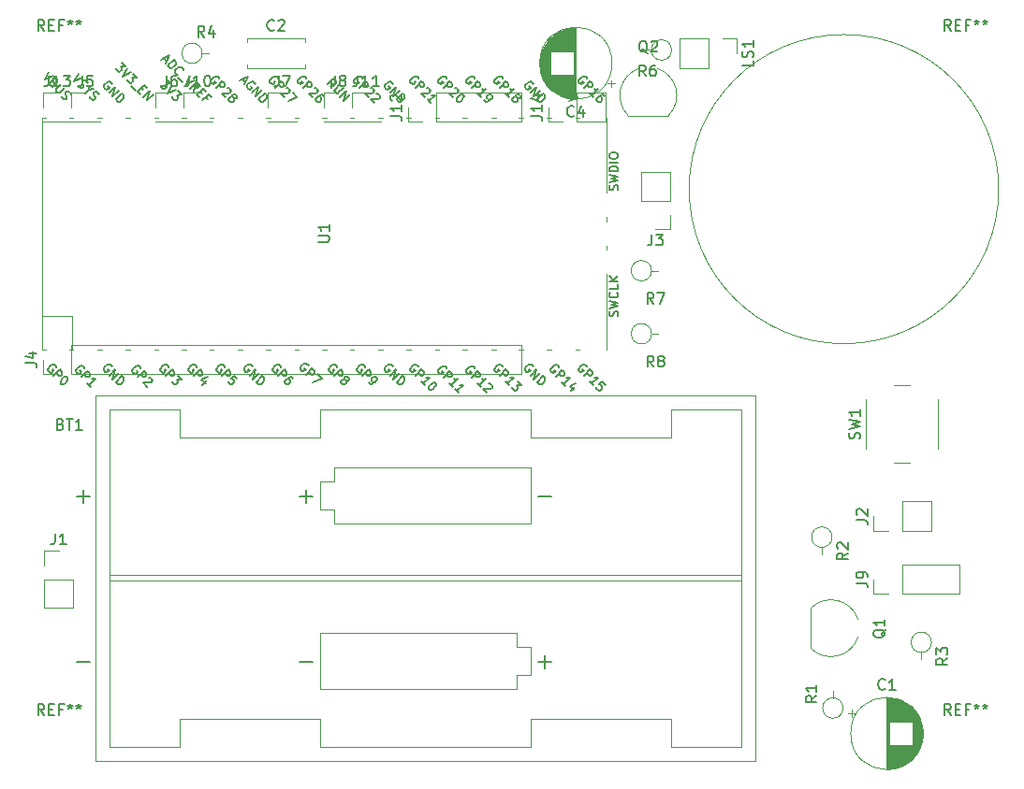
<source format=gbr>
G04 #@! TF.GenerationSoftware,KiCad,Pcbnew,5.1.5+dfsg1-2build2*
G04 #@! TF.CreationDate,2021-03-17T11:26:11-05:00*
G04 #@! TF.ProjectId,SINSONTE,53494e53-4f4e-4544-952e-6b696361645f,rev?*
G04 #@! TF.SameCoordinates,Original*
G04 #@! TF.FileFunction,Legend,Top*
G04 #@! TF.FilePolarity,Positive*
%FSLAX46Y46*%
G04 Gerber Fmt 4.6, Leading zero omitted, Abs format (unit mm)*
G04 Created by KiCad (PCBNEW 5.1.5+dfsg1-2build2) date 2021-03-17 11:26:11*
%MOMM*%
%LPD*%
G04 APERTURE LIST*
%ADD10C,0.120000*%
%ADD11C,0.150000*%
G04 APERTURE END LIST*
D10*
X139000000Y-65000000D02*
G75*
G03X139000000Y-65000000I-14000000J0D01*
G01*
X109123445Y-58342684D02*
G75*
G03X108095000Y-54065000I-1808445J1827684D01*
G01*
X105503125Y-58356741D02*
G75*
G02X106495000Y-54065000I1811875J1841741D01*
G01*
X105515000Y-58365000D02*
X109115000Y-58365000D01*
X121997316Y-106583445D02*
G75*
G03X126275000Y-105555000I1827684J1808445D01*
G01*
X121983259Y-102963125D02*
G75*
G02X126275000Y-103955000I1841741J-1811875D01*
G01*
X121975000Y-102975000D02*
X121975000Y-106575000D01*
X98260000Y-58900000D02*
X98260000Y-57570000D01*
X99590000Y-58900000D02*
X98260000Y-58900000D01*
X100860000Y-58900000D02*
X100860000Y-56240000D01*
X100860000Y-56240000D02*
X103460000Y-56240000D01*
X100860000Y-58900000D02*
X103460000Y-58900000D01*
X103460000Y-58900000D02*
X103460000Y-56240000D01*
X127670000Y-101660000D02*
X127670000Y-100330000D01*
X129000000Y-101660000D02*
X127670000Y-101660000D01*
X130270000Y-101660000D02*
X130270000Y-99000000D01*
X130270000Y-99000000D02*
X135410000Y-99000000D01*
X130270000Y-101660000D02*
X135410000Y-101660000D01*
X135410000Y-101660000D02*
X135410000Y-99000000D01*
X52540000Y-56240000D02*
X53870000Y-56240000D01*
X52540000Y-57570000D02*
X52540000Y-56240000D01*
X52540000Y-58840000D02*
X55200000Y-58840000D01*
X55200000Y-58840000D02*
X55200000Y-58900000D01*
X52540000Y-58840000D02*
X52540000Y-58900000D01*
X52540000Y-58900000D02*
X55200000Y-58900000D01*
X85560000Y-58900000D02*
X85560000Y-57570000D01*
X86890000Y-58900000D02*
X85560000Y-58900000D01*
X88160000Y-58900000D02*
X88160000Y-56240000D01*
X88160000Y-56240000D02*
X95840000Y-56240000D01*
X88160000Y-58900000D02*
X95840000Y-58900000D01*
X95840000Y-58900000D02*
X95840000Y-56240000D01*
X80480000Y-56240000D02*
X81810000Y-56240000D01*
X80480000Y-57570000D02*
X80480000Y-56240000D01*
X80480000Y-58840000D02*
X83140000Y-58840000D01*
X83140000Y-58840000D02*
X83140000Y-58900000D01*
X80480000Y-58840000D02*
X80480000Y-58900000D01*
X80480000Y-58900000D02*
X83140000Y-58900000D01*
X65240000Y-56240000D02*
X66570000Y-56240000D01*
X65240000Y-57570000D02*
X65240000Y-56240000D01*
X65240000Y-58840000D02*
X67900000Y-58840000D01*
X67900000Y-58840000D02*
X67900000Y-58900000D01*
X65240000Y-58840000D02*
X65240000Y-58900000D01*
X65240000Y-58900000D02*
X67900000Y-58900000D01*
X132000000Y-106965000D02*
X132000000Y-107585000D01*
X132920000Y-106045000D02*
G75*
G03X132920000Y-106045000I-920000J0D01*
G01*
X77940000Y-56240000D02*
X79270000Y-56240000D01*
X77940000Y-57570000D02*
X77940000Y-56240000D01*
X77940000Y-58840000D02*
X80600000Y-58840000D01*
X80600000Y-58840000D02*
X80600000Y-58900000D01*
X77940000Y-58840000D02*
X77940000Y-58900000D01*
X77940000Y-58900000D02*
X80600000Y-58900000D01*
X72860000Y-56240000D02*
X74190000Y-56240000D01*
X72860000Y-57570000D02*
X72860000Y-56240000D01*
X72860000Y-58840000D02*
X75520000Y-58840000D01*
X75520000Y-58840000D02*
X75520000Y-58900000D01*
X72860000Y-58840000D02*
X72860000Y-58900000D01*
X72860000Y-58900000D02*
X75520000Y-58900000D01*
X62700000Y-56240000D02*
X64030000Y-56240000D01*
X62700000Y-57570000D02*
X62700000Y-56240000D01*
X62700000Y-58840000D02*
X65360000Y-58840000D01*
X65360000Y-58840000D02*
X65360000Y-58900000D01*
X62700000Y-58840000D02*
X62700000Y-58900000D01*
X62700000Y-58900000D02*
X65360000Y-58900000D01*
X55080000Y-56240000D02*
X56410000Y-56240000D01*
X55080000Y-57570000D02*
X55080000Y-56240000D01*
X55080000Y-58840000D02*
X57740000Y-58840000D01*
X57740000Y-58840000D02*
X57740000Y-58900000D01*
X55080000Y-58840000D02*
X55080000Y-58900000D01*
X55080000Y-58900000D02*
X57740000Y-58900000D01*
X52540000Y-81760000D02*
X52540000Y-80430000D01*
X53870000Y-81760000D02*
X52540000Y-81760000D01*
X55140000Y-81760000D02*
X55140000Y-79100000D01*
X55140000Y-79100000D02*
X95840000Y-79100000D01*
X55140000Y-81760000D02*
X95840000Y-81760000D01*
X95840000Y-81760000D02*
X95840000Y-79100000D01*
X66960000Y-52700000D02*
X67580000Y-52700000D01*
X66960000Y-52700000D02*
G75*
G03X66960000Y-52700000I-920000J0D01*
G01*
X76240000Y-53755000D02*
X76240000Y-54070000D01*
X76240000Y-51330000D02*
X76240000Y-51645000D01*
X71000000Y-53755000D02*
X71000000Y-54070000D01*
X71000000Y-51330000D02*
X71000000Y-51645000D01*
X71000000Y-54070000D02*
X76240000Y-54070000D01*
X71000000Y-51330000D02*
X76240000Y-51330000D01*
X107600000Y-78105000D02*
X108220000Y-78105000D01*
X107600000Y-78105000D02*
G75*
G03X107600000Y-78105000I-920000J0D01*
G01*
X107600000Y-72390000D02*
X108220000Y-72390000D01*
X107600000Y-72390000D02*
G75*
G03X107600000Y-72390000I-920000J0D01*
G01*
X109280000Y-68640000D02*
X107950000Y-68640000D01*
X109280000Y-67310000D02*
X109280000Y-68640000D01*
X109280000Y-66040000D02*
X106620000Y-66040000D01*
X106620000Y-66040000D02*
X106620000Y-63440000D01*
X109280000Y-66040000D02*
X109280000Y-63440000D01*
X109280000Y-63440000D02*
X106620000Y-63440000D01*
X107580000Y-52400000D02*
X106960000Y-52400000D01*
X109420000Y-52400000D02*
G75*
G03X109420000Y-52400000I-920000J0D01*
G01*
X115330000Y-51375000D02*
X115330000Y-52705000D01*
X114000000Y-51375000D02*
X115330000Y-51375000D01*
X112730000Y-51375000D02*
X112730000Y-54035000D01*
X112730000Y-54035000D02*
X110130000Y-54035000D01*
X112730000Y-51375000D02*
X110130000Y-51375000D01*
X110130000Y-51375000D02*
X110130000Y-54035000D01*
X103935241Y-55754000D02*
X103935241Y-55124000D01*
X104250241Y-55439000D02*
X103620241Y-55439000D01*
X97509000Y-54002000D02*
X97509000Y-53198000D01*
X97549000Y-54233000D02*
X97549000Y-52967000D01*
X97589000Y-54402000D02*
X97589000Y-52798000D01*
X97629000Y-54540000D02*
X97629000Y-52660000D01*
X97669000Y-54659000D02*
X97669000Y-52541000D01*
X97709000Y-54765000D02*
X97709000Y-52435000D01*
X97749000Y-54862000D02*
X97749000Y-52338000D01*
X97789000Y-54950000D02*
X97789000Y-52250000D01*
X97829000Y-55032000D02*
X97829000Y-52168000D01*
X97869000Y-55109000D02*
X97869000Y-52091000D01*
X97909000Y-55181000D02*
X97909000Y-52019000D01*
X97949000Y-55250000D02*
X97949000Y-51950000D01*
X97989000Y-55314000D02*
X97989000Y-51886000D01*
X98029000Y-55376000D02*
X98029000Y-51824000D01*
X98069000Y-55434000D02*
X98069000Y-51766000D01*
X98109000Y-55490000D02*
X98109000Y-51710000D01*
X98149000Y-55544000D02*
X98149000Y-51656000D01*
X98189000Y-55595000D02*
X98189000Y-51605000D01*
X98229000Y-55644000D02*
X98229000Y-51556000D01*
X98269000Y-55692000D02*
X98269000Y-51508000D01*
X98309000Y-55737000D02*
X98309000Y-51463000D01*
X98349000Y-55782000D02*
X98349000Y-51418000D01*
X98389000Y-55824000D02*
X98389000Y-51376000D01*
X98429000Y-55865000D02*
X98429000Y-51335000D01*
X98469000Y-52560000D02*
X98469000Y-51295000D01*
X98469000Y-55905000D02*
X98469000Y-54640000D01*
X98509000Y-52560000D02*
X98509000Y-51257000D01*
X98509000Y-55943000D02*
X98509000Y-54640000D01*
X98549000Y-52560000D02*
X98549000Y-51220000D01*
X98549000Y-55980000D02*
X98549000Y-54640000D01*
X98589000Y-52560000D02*
X98589000Y-51184000D01*
X98589000Y-56016000D02*
X98589000Y-54640000D01*
X98629000Y-52560000D02*
X98629000Y-51150000D01*
X98629000Y-56050000D02*
X98629000Y-54640000D01*
X98669000Y-52560000D02*
X98669000Y-51116000D01*
X98669000Y-56084000D02*
X98669000Y-54640000D01*
X98709000Y-52560000D02*
X98709000Y-51084000D01*
X98709000Y-56116000D02*
X98709000Y-54640000D01*
X98749000Y-52560000D02*
X98749000Y-51052000D01*
X98749000Y-56148000D02*
X98749000Y-54640000D01*
X98789000Y-52560000D02*
X98789000Y-51022000D01*
X98789000Y-56178000D02*
X98789000Y-54640000D01*
X98829000Y-52560000D02*
X98829000Y-50993000D01*
X98829000Y-56207000D02*
X98829000Y-54640000D01*
X98869000Y-52560000D02*
X98869000Y-50964000D01*
X98869000Y-56236000D02*
X98869000Y-54640000D01*
X98909000Y-52560000D02*
X98909000Y-50936000D01*
X98909000Y-56264000D02*
X98909000Y-54640000D01*
X98949000Y-52560000D02*
X98949000Y-50910000D01*
X98949000Y-56290000D02*
X98949000Y-54640000D01*
X98989000Y-52560000D02*
X98989000Y-50884000D01*
X98989000Y-56316000D02*
X98989000Y-54640000D01*
X99029000Y-52560000D02*
X99029000Y-50858000D01*
X99029000Y-56342000D02*
X99029000Y-54640000D01*
X99069000Y-52560000D02*
X99069000Y-50834000D01*
X99069000Y-56366000D02*
X99069000Y-54640000D01*
X99109000Y-52560000D02*
X99109000Y-50810000D01*
X99109000Y-56390000D02*
X99109000Y-54640000D01*
X99149000Y-52560000D02*
X99149000Y-50788000D01*
X99149000Y-56412000D02*
X99149000Y-54640000D01*
X99189000Y-52560000D02*
X99189000Y-50766000D01*
X99189000Y-56434000D02*
X99189000Y-54640000D01*
X99229000Y-52560000D02*
X99229000Y-50744000D01*
X99229000Y-56456000D02*
X99229000Y-54640000D01*
X99269000Y-52560000D02*
X99269000Y-50724000D01*
X99269000Y-56476000D02*
X99269000Y-54640000D01*
X99309000Y-52560000D02*
X99309000Y-50704000D01*
X99309000Y-56496000D02*
X99309000Y-54640000D01*
X99349000Y-52560000D02*
X99349000Y-50684000D01*
X99349000Y-56516000D02*
X99349000Y-54640000D01*
X99389000Y-52560000D02*
X99389000Y-50666000D01*
X99389000Y-56534000D02*
X99389000Y-54640000D01*
X99429000Y-52560000D02*
X99429000Y-50648000D01*
X99429000Y-56552000D02*
X99429000Y-54640000D01*
X99469000Y-52560000D02*
X99469000Y-50630000D01*
X99469000Y-56570000D02*
X99469000Y-54640000D01*
X99509000Y-52560000D02*
X99509000Y-50614000D01*
X99509000Y-56586000D02*
X99509000Y-54640000D01*
X99549000Y-52560000D02*
X99549000Y-50598000D01*
X99549000Y-56602000D02*
X99549000Y-54640000D01*
X99589000Y-52560000D02*
X99589000Y-50582000D01*
X99589000Y-56618000D02*
X99589000Y-54640000D01*
X99629000Y-52560000D02*
X99629000Y-50567000D01*
X99629000Y-56633000D02*
X99629000Y-54640000D01*
X99669000Y-52560000D02*
X99669000Y-50553000D01*
X99669000Y-56647000D02*
X99669000Y-54640000D01*
X99709000Y-52560000D02*
X99709000Y-50539000D01*
X99709000Y-56661000D02*
X99709000Y-54640000D01*
X99749000Y-52560000D02*
X99749000Y-50526000D01*
X99749000Y-56674000D02*
X99749000Y-54640000D01*
X99789000Y-52560000D02*
X99789000Y-50514000D01*
X99789000Y-56686000D02*
X99789000Y-54640000D01*
X99829000Y-52560000D02*
X99829000Y-50502000D01*
X99829000Y-56698000D02*
X99829000Y-54640000D01*
X99869000Y-52560000D02*
X99869000Y-50490000D01*
X99869000Y-56710000D02*
X99869000Y-54640000D01*
X99909000Y-52560000D02*
X99909000Y-50479000D01*
X99909000Y-56721000D02*
X99909000Y-54640000D01*
X99949000Y-52560000D02*
X99949000Y-50469000D01*
X99949000Y-56731000D02*
X99949000Y-54640000D01*
X99989000Y-52560000D02*
X99989000Y-50459000D01*
X99989000Y-56741000D02*
X99989000Y-54640000D01*
X100029000Y-52560000D02*
X100029000Y-50450000D01*
X100029000Y-56750000D02*
X100029000Y-54640000D01*
X100070000Y-52560000D02*
X100070000Y-50441000D01*
X100070000Y-56759000D02*
X100070000Y-54640000D01*
X100110000Y-52560000D02*
X100110000Y-50433000D01*
X100110000Y-56767000D02*
X100110000Y-54640000D01*
X100150000Y-52560000D02*
X100150000Y-50425000D01*
X100150000Y-56775000D02*
X100150000Y-54640000D01*
X100190000Y-52560000D02*
X100190000Y-50418000D01*
X100190000Y-56782000D02*
X100190000Y-54640000D01*
X100230000Y-52560000D02*
X100230000Y-50411000D01*
X100230000Y-56789000D02*
X100230000Y-54640000D01*
X100270000Y-52560000D02*
X100270000Y-50405000D01*
X100270000Y-56795000D02*
X100270000Y-54640000D01*
X100310000Y-52560000D02*
X100310000Y-50399000D01*
X100310000Y-56801000D02*
X100310000Y-54640000D01*
X100350000Y-52560000D02*
X100350000Y-50394000D01*
X100350000Y-56806000D02*
X100350000Y-54640000D01*
X100390000Y-52560000D02*
X100390000Y-50389000D01*
X100390000Y-56811000D02*
X100390000Y-54640000D01*
X100430000Y-52560000D02*
X100430000Y-50385000D01*
X100430000Y-56815000D02*
X100430000Y-54640000D01*
X100470000Y-52560000D02*
X100470000Y-50382000D01*
X100470000Y-56818000D02*
X100470000Y-54640000D01*
X100510000Y-52560000D02*
X100510000Y-50378000D01*
X100510000Y-56822000D02*
X100510000Y-54640000D01*
X100550000Y-56824000D02*
X100550000Y-50376000D01*
X100590000Y-56827000D02*
X100590000Y-50373000D01*
X100630000Y-56828000D02*
X100630000Y-50372000D01*
X100670000Y-56830000D02*
X100670000Y-50370000D01*
X100710000Y-56830000D02*
X100710000Y-50370000D01*
X100750000Y-56830000D02*
X100750000Y-50370000D01*
X104020000Y-53600000D02*
G75*
G03X104020000Y-53600000I-3270000J0D01*
G01*
X131000000Y-82785000D02*
X129500000Y-82785000D01*
X127000000Y-84035000D02*
X127000000Y-88535000D01*
X129500000Y-89785000D02*
X131000000Y-89785000D01*
X133500000Y-88535000D02*
X133500000Y-84035000D01*
X127670000Y-95945000D02*
X127670000Y-94615000D01*
X129000000Y-95945000D02*
X127670000Y-95945000D01*
X130270000Y-95945000D02*
X130270000Y-93285000D01*
X130270000Y-93285000D02*
X132870000Y-93285000D01*
X130270000Y-95945000D02*
X132870000Y-95945000D01*
X132870000Y-95945000D02*
X132870000Y-93285000D01*
X123000000Y-97440000D02*
X123000000Y-98060000D01*
X123920000Y-96520000D02*
G75*
G03X123920000Y-96520000I-920000J0D01*
G01*
X124000000Y-111080000D02*
X124000000Y-110460000D01*
X124920000Y-112000000D02*
G75*
G03X124920000Y-112000000I-920000J0D01*
G01*
X125699759Y-112146000D02*
X125699759Y-112776000D01*
X125384759Y-112461000D02*
X126014759Y-112461000D01*
X132126000Y-113898000D02*
X132126000Y-114702000D01*
X132086000Y-113667000D02*
X132086000Y-114933000D01*
X132046000Y-113498000D02*
X132046000Y-115102000D01*
X132006000Y-113360000D02*
X132006000Y-115240000D01*
X131966000Y-113241000D02*
X131966000Y-115359000D01*
X131926000Y-113135000D02*
X131926000Y-115465000D01*
X131886000Y-113038000D02*
X131886000Y-115562000D01*
X131846000Y-112950000D02*
X131846000Y-115650000D01*
X131806000Y-112868000D02*
X131806000Y-115732000D01*
X131766000Y-112791000D02*
X131766000Y-115809000D01*
X131726000Y-112719000D02*
X131726000Y-115881000D01*
X131686000Y-112650000D02*
X131686000Y-115950000D01*
X131646000Y-112586000D02*
X131646000Y-116014000D01*
X131606000Y-112524000D02*
X131606000Y-116076000D01*
X131566000Y-112466000D02*
X131566000Y-116134000D01*
X131526000Y-112410000D02*
X131526000Y-116190000D01*
X131486000Y-112356000D02*
X131486000Y-116244000D01*
X131446000Y-112305000D02*
X131446000Y-116295000D01*
X131406000Y-112256000D02*
X131406000Y-116344000D01*
X131366000Y-112208000D02*
X131366000Y-116392000D01*
X131326000Y-112163000D02*
X131326000Y-116437000D01*
X131286000Y-112118000D02*
X131286000Y-116482000D01*
X131246000Y-112076000D02*
X131246000Y-116524000D01*
X131206000Y-112035000D02*
X131206000Y-116565000D01*
X131166000Y-115340000D02*
X131166000Y-116605000D01*
X131166000Y-111995000D02*
X131166000Y-113260000D01*
X131126000Y-115340000D02*
X131126000Y-116643000D01*
X131126000Y-111957000D02*
X131126000Y-113260000D01*
X131086000Y-115340000D02*
X131086000Y-116680000D01*
X131086000Y-111920000D02*
X131086000Y-113260000D01*
X131046000Y-115340000D02*
X131046000Y-116716000D01*
X131046000Y-111884000D02*
X131046000Y-113260000D01*
X131006000Y-115340000D02*
X131006000Y-116750000D01*
X131006000Y-111850000D02*
X131006000Y-113260000D01*
X130966000Y-115340000D02*
X130966000Y-116784000D01*
X130966000Y-111816000D02*
X130966000Y-113260000D01*
X130926000Y-115340000D02*
X130926000Y-116816000D01*
X130926000Y-111784000D02*
X130926000Y-113260000D01*
X130886000Y-115340000D02*
X130886000Y-116848000D01*
X130886000Y-111752000D02*
X130886000Y-113260000D01*
X130846000Y-115340000D02*
X130846000Y-116878000D01*
X130846000Y-111722000D02*
X130846000Y-113260000D01*
X130806000Y-115340000D02*
X130806000Y-116907000D01*
X130806000Y-111693000D02*
X130806000Y-113260000D01*
X130766000Y-115340000D02*
X130766000Y-116936000D01*
X130766000Y-111664000D02*
X130766000Y-113260000D01*
X130726000Y-115340000D02*
X130726000Y-116964000D01*
X130726000Y-111636000D02*
X130726000Y-113260000D01*
X130686000Y-115340000D02*
X130686000Y-116990000D01*
X130686000Y-111610000D02*
X130686000Y-113260000D01*
X130646000Y-115340000D02*
X130646000Y-117016000D01*
X130646000Y-111584000D02*
X130646000Y-113260000D01*
X130606000Y-115340000D02*
X130606000Y-117042000D01*
X130606000Y-111558000D02*
X130606000Y-113260000D01*
X130566000Y-115340000D02*
X130566000Y-117066000D01*
X130566000Y-111534000D02*
X130566000Y-113260000D01*
X130526000Y-115340000D02*
X130526000Y-117090000D01*
X130526000Y-111510000D02*
X130526000Y-113260000D01*
X130486000Y-115340000D02*
X130486000Y-117112000D01*
X130486000Y-111488000D02*
X130486000Y-113260000D01*
X130446000Y-115340000D02*
X130446000Y-117134000D01*
X130446000Y-111466000D02*
X130446000Y-113260000D01*
X130406000Y-115340000D02*
X130406000Y-117156000D01*
X130406000Y-111444000D02*
X130406000Y-113260000D01*
X130366000Y-115340000D02*
X130366000Y-117176000D01*
X130366000Y-111424000D02*
X130366000Y-113260000D01*
X130326000Y-115340000D02*
X130326000Y-117196000D01*
X130326000Y-111404000D02*
X130326000Y-113260000D01*
X130286000Y-115340000D02*
X130286000Y-117216000D01*
X130286000Y-111384000D02*
X130286000Y-113260000D01*
X130246000Y-115340000D02*
X130246000Y-117234000D01*
X130246000Y-111366000D02*
X130246000Y-113260000D01*
X130206000Y-115340000D02*
X130206000Y-117252000D01*
X130206000Y-111348000D02*
X130206000Y-113260000D01*
X130166000Y-115340000D02*
X130166000Y-117270000D01*
X130166000Y-111330000D02*
X130166000Y-113260000D01*
X130126000Y-115340000D02*
X130126000Y-117286000D01*
X130126000Y-111314000D02*
X130126000Y-113260000D01*
X130086000Y-115340000D02*
X130086000Y-117302000D01*
X130086000Y-111298000D02*
X130086000Y-113260000D01*
X130046000Y-115340000D02*
X130046000Y-117318000D01*
X130046000Y-111282000D02*
X130046000Y-113260000D01*
X130006000Y-115340000D02*
X130006000Y-117333000D01*
X130006000Y-111267000D02*
X130006000Y-113260000D01*
X129966000Y-115340000D02*
X129966000Y-117347000D01*
X129966000Y-111253000D02*
X129966000Y-113260000D01*
X129926000Y-115340000D02*
X129926000Y-117361000D01*
X129926000Y-111239000D02*
X129926000Y-113260000D01*
X129886000Y-115340000D02*
X129886000Y-117374000D01*
X129886000Y-111226000D02*
X129886000Y-113260000D01*
X129846000Y-115340000D02*
X129846000Y-117386000D01*
X129846000Y-111214000D02*
X129846000Y-113260000D01*
X129806000Y-115340000D02*
X129806000Y-117398000D01*
X129806000Y-111202000D02*
X129806000Y-113260000D01*
X129766000Y-115340000D02*
X129766000Y-117410000D01*
X129766000Y-111190000D02*
X129766000Y-113260000D01*
X129726000Y-115340000D02*
X129726000Y-117421000D01*
X129726000Y-111179000D02*
X129726000Y-113260000D01*
X129686000Y-115340000D02*
X129686000Y-117431000D01*
X129686000Y-111169000D02*
X129686000Y-113260000D01*
X129646000Y-115340000D02*
X129646000Y-117441000D01*
X129646000Y-111159000D02*
X129646000Y-113260000D01*
X129606000Y-115340000D02*
X129606000Y-117450000D01*
X129606000Y-111150000D02*
X129606000Y-113260000D01*
X129565000Y-115340000D02*
X129565000Y-117459000D01*
X129565000Y-111141000D02*
X129565000Y-113260000D01*
X129525000Y-115340000D02*
X129525000Y-117467000D01*
X129525000Y-111133000D02*
X129525000Y-113260000D01*
X129485000Y-115340000D02*
X129485000Y-117475000D01*
X129485000Y-111125000D02*
X129485000Y-113260000D01*
X129445000Y-115340000D02*
X129445000Y-117482000D01*
X129445000Y-111118000D02*
X129445000Y-113260000D01*
X129405000Y-115340000D02*
X129405000Y-117489000D01*
X129405000Y-111111000D02*
X129405000Y-113260000D01*
X129365000Y-115340000D02*
X129365000Y-117495000D01*
X129365000Y-111105000D02*
X129365000Y-113260000D01*
X129325000Y-115340000D02*
X129325000Y-117501000D01*
X129325000Y-111099000D02*
X129325000Y-113260000D01*
X129285000Y-115340000D02*
X129285000Y-117506000D01*
X129285000Y-111094000D02*
X129285000Y-113260000D01*
X129245000Y-115340000D02*
X129245000Y-117511000D01*
X129245000Y-111089000D02*
X129245000Y-113260000D01*
X129205000Y-115340000D02*
X129205000Y-117515000D01*
X129205000Y-111085000D02*
X129205000Y-113260000D01*
X129165000Y-115340000D02*
X129165000Y-117518000D01*
X129165000Y-111082000D02*
X129165000Y-113260000D01*
X129125000Y-115340000D02*
X129125000Y-117522000D01*
X129125000Y-111078000D02*
X129125000Y-113260000D01*
X129085000Y-111076000D02*
X129085000Y-117524000D01*
X129045000Y-111073000D02*
X129045000Y-117527000D01*
X129005000Y-111072000D02*
X129005000Y-117528000D01*
X128965000Y-111070000D02*
X128965000Y-117530000D01*
X128925000Y-111070000D02*
X128925000Y-117530000D01*
X128885000Y-111070000D02*
X128885000Y-117530000D01*
X132155000Y-114300000D02*
G75*
G03X132155000Y-114300000I-3270000J0D01*
G01*
X52645000Y-97730000D02*
X53975000Y-97730000D01*
X52645000Y-99060000D02*
X52645000Y-97730000D01*
X52645000Y-100330000D02*
X55305000Y-100330000D01*
X55305000Y-100330000D02*
X55305000Y-102930000D01*
X52645000Y-100330000D02*
X52645000Y-102930000D01*
X52645000Y-102930000D02*
X55305000Y-102930000D01*
X109375000Y-115495000D02*
X109375000Y-112955000D01*
X115750000Y-115495000D02*
X109375000Y-115495000D01*
X115750000Y-84915000D02*
X115750000Y-115495000D01*
X109375000Y-84915000D02*
X109375000Y-87455000D01*
X115750000Y-84915000D02*
X109375000Y-84915000D01*
X64925000Y-112955000D02*
X77625000Y-112955000D01*
X64925000Y-115495000D02*
X64925000Y-112955000D01*
X58580000Y-115495000D02*
X64925000Y-115495000D01*
X58580000Y-84915000D02*
X58580000Y-115495000D01*
X64925000Y-84915000D02*
X58580000Y-84915000D01*
X64925000Y-87455000D02*
X64925000Y-84915000D01*
X64925000Y-87455000D02*
X77625000Y-87455000D01*
X109375000Y-112955000D02*
X96675000Y-112955000D01*
X77625000Y-84915000D02*
X77625000Y-87455000D01*
X96675000Y-84915000D02*
X77625000Y-84915000D01*
X96675000Y-87455000D02*
X96675000Y-84915000D01*
X109375000Y-87455000D02*
X96675000Y-87455000D01*
X96675000Y-115495000D02*
X96675000Y-112955000D01*
X77625000Y-115495000D02*
X96675000Y-115495000D01*
X77625000Y-112955000D02*
X77625000Y-115495000D01*
X115750000Y-100459000D02*
X58580000Y-100459000D01*
X58580000Y-99951000D02*
X115750000Y-99951000D01*
X96675000Y-90170000D02*
X96675000Y-91440000D01*
X78895000Y-90170000D02*
X96675000Y-90170000D01*
X78895000Y-91440000D02*
X78895000Y-90170000D01*
X77625000Y-91440000D02*
X78895000Y-91440000D01*
X77625000Y-93980000D02*
X77625000Y-91440000D01*
X78895000Y-93980000D02*
X77625000Y-93980000D01*
X78895000Y-95250000D02*
X78895000Y-93980000D01*
X96675000Y-95250000D02*
X78895000Y-95250000D01*
X96675000Y-91440000D02*
X96675000Y-95250000D01*
X95405000Y-110240000D02*
X77625000Y-110240000D01*
X95405000Y-108970000D02*
X95405000Y-110240000D01*
X96675000Y-108970000D02*
X95405000Y-108970000D01*
X96675000Y-106430000D02*
X96675000Y-108970000D01*
X95405000Y-106430000D02*
X96675000Y-106430000D01*
X95405000Y-105160000D02*
X95405000Y-106430000D01*
X77625000Y-105160000D02*
X95405000Y-105160000D01*
X77625000Y-110240000D02*
X77625000Y-105160000D01*
X117020000Y-83645000D02*
X57310000Y-83645000D01*
X57310000Y-83645000D02*
X57310000Y-116765000D01*
X57310000Y-116765000D02*
X117020000Y-116765000D01*
X117020000Y-116765000D02*
X117020000Y-83645000D01*
X52500000Y-79500000D02*
X52500000Y-58500000D01*
X103500000Y-72700000D02*
X103500000Y-79500000D01*
X55167000Y-79500000D02*
X55167000Y-76493000D01*
X55167000Y-76493000D02*
X52500000Y-76493000D01*
X52500000Y-79500000D02*
X52800000Y-79500000D01*
X54900000Y-79500000D02*
X55300000Y-79500000D01*
X57500000Y-79500000D02*
X57900000Y-79500000D01*
X60000000Y-79500000D02*
X60400000Y-79500000D01*
X62600000Y-79500000D02*
X63000000Y-79500000D01*
X65100000Y-79500000D02*
X65500000Y-79500000D01*
X67600000Y-79500000D02*
X68000000Y-79500000D01*
X70200000Y-79500000D02*
X70600000Y-79500000D01*
X72700000Y-79500000D02*
X73100000Y-79500000D01*
X75300000Y-79500000D02*
X75700000Y-79500000D01*
X77800000Y-79500000D02*
X78200000Y-79500000D01*
X80300000Y-79500000D02*
X80700000Y-79500000D01*
X82900000Y-79500000D02*
X83300000Y-79500000D01*
X85400000Y-79500000D02*
X85800000Y-79500000D01*
X88000000Y-79500000D02*
X88400000Y-79500000D01*
X90500000Y-79500000D02*
X90900000Y-79500000D01*
X93100000Y-79500000D02*
X93500000Y-79500000D01*
X95600000Y-79500000D02*
X96000000Y-79500000D01*
X98100000Y-79500000D02*
X98500000Y-79500000D01*
X100700000Y-79500000D02*
X101100000Y-79500000D01*
X67600000Y-58500000D02*
X68000000Y-58500000D01*
X72700000Y-58500000D02*
X73100000Y-58500000D01*
X80300000Y-58500000D02*
X80700000Y-58500000D01*
X88000000Y-58500000D02*
X88400000Y-58500000D01*
X57500000Y-58500000D02*
X57900000Y-58500000D01*
X54900000Y-58500000D02*
X55300000Y-58500000D01*
X62600000Y-58500000D02*
X63000000Y-58500000D01*
X95600000Y-58500000D02*
X96000000Y-58500000D01*
X100700000Y-58500000D02*
X101100000Y-58500000D01*
X98100000Y-58500000D02*
X98500000Y-58500000D01*
X82900000Y-58500000D02*
X83300000Y-58500000D01*
X77800000Y-58500000D02*
X78200000Y-58500000D01*
X65100000Y-58500000D02*
X65500000Y-58500000D01*
X70200000Y-58500000D02*
X70600000Y-58500000D01*
X90500000Y-58500000D02*
X90900000Y-58500000D01*
X75300000Y-58500000D02*
X75700000Y-58500000D01*
X52500000Y-58500000D02*
X52800000Y-58500000D01*
X60000000Y-58500000D02*
X60400000Y-58500000D01*
X85400000Y-58500000D02*
X85800000Y-58500000D01*
X93100000Y-58500000D02*
X93500000Y-58500000D01*
X103500000Y-58500000D02*
X103500000Y-65300000D01*
X103500000Y-70500000D02*
X103500000Y-70100000D01*
X103500000Y-67900000D02*
X103500000Y-67500000D01*
D11*
X107219761Y-52662619D02*
X107124523Y-52615000D01*
X107029285Y-52519761D01*
X106886428Y-52376904D01*
X106791190Y-52329285D01*
X106695952Y-52329285D01*
X106743571Y-52567380D02*
X106648333Y-52519761D01*
X106553095Y-52424523D01*
X106505476Y-52234047D01*
X106505476Y-51900714D01*
X106553095Y-51710238D01*
X106648333Y-51615000D01*
X106743571Y-51567380D01*
X106934047Y-51567380D01*
X107029285Y-51615000D01*
X107124523Y-51710238D01*
X107172142Y-51900714D01*
X107172142Y-52234047D01*
X107124523Y-52424523D01*
X107029285Y-52519761D01*
X106934047Y-52567380D01*
X106743571Y-52567380D01*
X107553095Y-51662619D02*
X107600714Y-51615000D01*
X107695952Y-51567380D01*
X107934047Y-51567380D01*
X108029285Y-51615000D01*
X108076904Y-51662619D01*
X108124523Y-51757857D01*
X108124523Y-51853095D01*
X108076904Y-51995952D01*
X107505476Y-52567380D01*
X108124523Y-52567380D01*
X128772619Y-104870238D02*
X128725000Y-104965476D01*
X128629761Y-105060714D01*
X128486904Y-105203571D01*
X128439285Y-105298809D01*
X128439285Y-105394047D01*
X128677380Y-105346428D02*
X128629761Y-105441666D01*
X128534523Y-105536904D01*
X128344047Y-105584523D01*
X128010714Y-105584523D01*
X127820238Y-105536904D01*
X127725000Y-105441666D01*
X127677380Y-105346428D01*
X127677380Y-105155952D01*
X127725000Y-105060714D01*
X127820238Y-104965476D01*
X128010714Y-104917857D01*
X128344047Y-104917857D01*
X128534523Y-104965476D01*
X128629761Y-105060714D01*
X128677380Y-105155952D01*
X128677380Y-105346428D01*
X128677380Y-103965476D02*
X128677380Y-104536904D01*
X128677380Y-104251190D02*
X127677380Y-104251190D01*
X127820238Y-104346428D01*
X127915476Y-104441666D01*
X127963095Y-104536904D01*
X96712380Y-58379523D02*
X97426666Y-58379523D01*
X97569523Y-58427142D01*
X97664761Y-58522380D01*
X97712380Y-58665238D01*
X97712380Y-58760476D01*
X97712380Y-57379523D02*
X97712380Y-57950952D01*
X97712380Y-57665238D02*
X96712380Y-57665238D01*
X96855238Y-57760476D01*
X96950476Y-57855714D01*
X96998095Y-57950952D01*
X97045714Y-56522380D02*
X97712380Y-56522380D01*
X96664761Y-56760476D02*
X97379047Y-56998571D01*
X97379047Y-56379523D01*
X126122380Y-100663333D02*
X126836666Y-100663333D01*
X126979523Y-100710952D01*
X127074761Y-100806190D01*
X127122380Y-100949047D01*
X127122380Y-101044285D01*
X127122380Y-100139523D02*
X127122380Y-99949047D01*
X127074761Y-99853809D01*
X127027142Y-99806190D01*
X126884285Y-99710952D01*
X126693809Y-99663333D01*
X126312857Y-99663333D01*
X126217619Y-99710952D01*
X126170000Y-99758571D01*
X126122380Y-99853809D01*
X126122380Y-100044285D01*
X126170000Y-100139523D01*
X126217619Y-100187142D01*
X126312857Y-100234761D01*
X126550952Y-100234761D01*
X126646190Y-100187142D01*
X126693809Y-100139523D01*
X126741428Y-100044285D01*
X126741428Y-99853809D01*
X126693809Y-99758571D01*
X126646190Y-99710952D01*
X126550952Y-99663333D01*
X53060476Y-54692380D02*
X53060476Y-55406666D01*
X53012857Y-55549523D01*
X52917619Y-55644761D01*
X52774761Y-55692380D01*
X52679523Y-55692380D01*
X54060476Y-55692380D02*
X53489047Y-55692380D01*
X53774761Y-55692380D02*
X53774761Y-54692380D01*
X53679523Y-54835238D01*
X53584285Y-54930476D01*
X53489047Y-54978095D01*
X54393809Y-54692380D02*
X55012857Y-54692380D01*
X54679523Y-55073333D01*
X54822380Y-55073333D01*
X54917619Y-55120952D01*
X54965238Y-55168571D01*
X55012857Y-55263809D01*
X55012857Y-55501904D01*
X54965238Y-55597142D01*
X54917619Y-55644761D01*
X54822380Y-55692380D01*
X54536666Y-55692380D01*
X54441428Y-55644761D01*
X54393809Y-55597142D01*
X84012380Y-58379523D02*
X84726666Y-58379523D01*
X84869523Y-58427142D01*
X84964761Y-58522380D01*
X85012380Y-58665238D01*
X85012380Y-58760476D01*
X85012380Y-57379523D02*
X85012380Y-57950952D01*
X85012380Y-57665238D02*
X84012380Y-57665238D01*
X84155238Y-57760476D01*
X84250476Y-57855714D01*
X84298095Y-57950952D01*
X84107619Y-56998571D02*
X84060000Y-56950952D01*
X84012380Y-56855714D01*
X84012380Y-56617619D01*
X84060000Y-56522380D01*
X84107619Y-56474761D01*
X84202857Y-56427142D01*
X84298095Y-56427142D01*
X84440952Y-56474761D01*
X85012380Y-57046190D01*
X85012380Y-56427142D01*
X81000476Y-54692380D02*
X81000476Y-55406666D01*
X80952857Y-55549523D01*
X80857619Y-55644761D01*
X80714761Y-55692380D01*
X80619523Y-55692380D01*
X82000476Y-55692380D02*
X81429047Y-55692380D01*
X81714761Y-55692380D02*
X81714761Y-54692380D01*
X81619523Y-54835238D01*
X81524285Y-54930476D01*
X81429047Y-54978095D01*
X82952857Y-55692380D02*
X82381428Y-55692380D01*
X82667142Y-55692380D02*
X82667142Y-54692380D01*
X82571904Y-54835238D01*
X82476666Y-54930476D01*
X82381428Y-54978095D01*
X65760476Y-54692380D02*
X65760476Y-55406666D01*
X65712857Y-55549523D01*
X65617619Y-55644761D01*
X65474761Y-55692380D01*
X65379523Y-55692380D01*
X66760476Y-55692380D02*
X66189047Y-55692380D01*
X66474761Y-55692380D02*
X66474761Y-54692380D01*
X66379523Y-54835238D01*
X66284285Y-54930476D01*
X66189047Y-54978095D01*
X67379523Y-54692380D02*
X67474761Y-54692380D01*
X67570000Y-54740000D01*
X67617619Y-54787619D01*
X67665238Y-54882857D01*
X67712857Y-55073333D01*
X67712857Y-55311428D01*
X67665238Y-55501904D01*
X67617619Y-55597142D01*
X67570000Y-55644761D01*
X67474761Y-55692380D01*
X67379523Y-55692380D01*
X67284285Y-55644761D01*
X67236666Y-55597142D01*
X67189047Y-55501904D01*
X67141428Y-55311428D01*
X67141428Y-55073333D01*
X67189047Y-54882857D01*
X67236666Y-54787619D01*
X67284285Y-54740000D01*
X67379523Y-54692380D01*
X52666666Y-50652380D02*
X52333333Y-50176190D01*
X52095238Y-50652380D02*
X52095238Y-49652380D01*
X52476190Y-49652380D01*
X52571428Y-49700000D01*
X52619047Y-49747619D01*
X52666666Y-49842857D01*
X52666666Y-49985714D01*
X52619047Y-50080952D01*
X52571428Y-50128571D01*
X52476190Y-50176190D01*
X52095238Y-50176190D01*
X53095238Y-50128571D02*
X53428571Y-50128571D01*
X53571428Y-50652380D02*
X53095238Y-50652380D01*
X53095238Y-49652380D01*
X53571428Y-49652380D01*
X54333333Y-50128571D02*
X54000000Y-50128571D01*
X54000000Y-50652380D02*
X54000000Y-49652380D01*
X54476190Y-49652380D01*
X55000000Y-49652380D02*
X55000000Y-49890476D01*
X54761904Y-49795238D02*
X55000000Y-49890476D01*
X55238095Y-49795238D01*
X54857142Y-50080952D02*
X55000000Y-49890476D01*
X55142857Y-50080952D01*
X55761904Y-49652380D02*
X55761904Y-49890476D01*
X55523809Y-49795238D02*
X55761904Y-49890476D01*
X56000000Y-49795238D01*
X55619047Y-50080952D02*
X55761904Y-49890476D01*
X55904761Y-50080952D01*
X134666666Y-50652380D02*
X134333333Y-50176190D01*
X134095238Y-50652380D02*
X134095238Y-49652380D01*
X134476190Y-49652380D01*
X134571428Y-49700000D01*
X134619047Y-49747619D01*
X134666666Y-49842857D01*
X134666666Y-49985714D01*
X134619047Y-50080952D01*
X134571428Y-50128571D01*
X134476190Y-50176190D01*
X134095238Y-50176190D01*
X135095238Y-50128571D02*
X135428571Y-50128571D01*
X135571428Y-50652380D02*
X135095238Y-50652380D01*
X135095238Y-49652380D01*
X135571428Y-49652380D01*
X136333333Y-50128571D02*
X136000000Y-50128571D01*
X136000000Y-50652380D02*
X136000000Y-49652380D01*
X136476190Y-49652380D01*
X137000000Y-49652380D02*
X137000000Y-49890476D01*
X136761904Y-49795238D02*
X137000000Y-49890476D01*
X137238095Y-49795238D01*
X136857142Y-50080952D02*
X137000000Y-49890476D01*
X137142857Y-50080952D01*
X137761904Y-49652380D02*
X137761904Y-49890476D01*
X137523809Y-49795238D02*
X137761904Y-49890476D01*
X138000000Y-49795238D01*
X137619047Y-50080952D02*
X137761904Y-49890476D01*
X137904761Y-50080952D01*
X134666666Y-112652380D02*
X134333333Y-112176190D01*
X134095238Y-112652380D02*
X134095238Y-111652380D01*
X134476190Y-111652380D01*
X134571428Y-111700000D01*
X134619047Y-111747619D01*
X134666666Y-111842857D01*
X134666666Y-111985714D01*
X134619047Y-112080952D01*
X134571428Y-112128571D01*
X134476190Y-112176190D01*
X134095238Y-112176190D01*
X135095238Y-112128571D02*
X135428571Y-112128571D01*
X135571428Y-112652380D02*
X135095238Y-112652380D01*
X135095238Y-111652380D01*
X135571428Y-111652380D01*
X136333333Y-112128571D02*
X136000000Y-112128571D01*
X136000000Y-112652380D02*
X136000000Y-111652380D01*
X136476190Y-111652380D01*
X137000000Y-111652380D02*
X137000000Y-111890476D01*
X136761904Y-111795238D02*
X137000000Y-111890476D01*
X137238095Y-111795238D01*
X136857142Y-112080952D02*
X137000000Y-111890476D01*
X137142857Y-112080952D01*
X137761904Y-111652380D02*
X137761904Y-111890476D01*
X137523809Y-111795238D02*
X137761904Y-111890476D01*
X138000000Y-111795238D01*
X137619047Y-112080952D02*
X137761904Y-111890476D01*
X137904761Y-112080952D01*
X52666666Y-112652380D02*
X52333333Y-112176190D01*
X52095238Y-112652380D02*
X52095238Y-111652380D01*
X52476190Y-111652380D01*
X52571428Y-111700000D01*
X52619047Y-111747619D01*
X52666666Y-111842857D01*
X52666666Y-111985714D01*
X52619047Y-112080952D01*
X52571428Y-112128571D01*
X52476190Y-112176190D01*
X52095238Y-112176190D01*
X53095238Y-112128571D02*
X53428571Y-112128571D01*
X53571428Y-112652380D02*
X53095238Y-112652380D01*
X53095238Y-111652380D01*
X53571428Y-111652380D01*
X54333333Y-112128571D02*
X54000000Y-112128571D01*
X54000000Y-112652380D02*
X54000000Y-111652380D01*
X54476190Y-111652380D01*
X55000000Y-111652380D02*
X55000000Y-111890476D01*
X54761904Y-111795238D02*
X55000000Y-111890476D01*
X55238095Y-111795238D01*
X54857142Y-112080952D02*
X55000000Y-111890476D01*
X55142857Y-112080952D01*
X55761904Y-111652380D02*
X55761904Y-111890476D01*
X55523809Y-111795238D02*
X55761904Y-111890476D01*
X56000000Y-111795238D01*
X55619047Y-112080952D02*
X55761904Y-111890476D01*
X55904761Y-112080952D01*
X134372380Y-107481666D02*
X133896190Y-107815000D01*
X134372380Y-108053095D02*
X133372380Y-108053095D01*
X133372380Y-107672142D01*
X133420000Y-107576904D01*
X133467619Y-107529285D01*
X133562857Y-107481666D01*
X133705714Y-107481666D01*
X133800952Y-107529285D01*
X133848571Y-107576904D01*
X133896190Y-107672142D01*
X133896190Y-108053095D01*
X133372380Y-107148333D02*
X133372380Y-106529285D01*
X133753333Y-106862619D01*
X133753333Y-106719761D01*
X133800952Y-106624523D01*
X133848571Y-106576904D01*
X133943809Y-106529285D01*
X134181904Y-106529285D01*
X134277142Y-106576904D01*
X134324761Y-106624523D01*
X134372380Y-106719761D01*
X134372380Y-107005476D01*
X134324761Y-107100714D01*
X134277142Y-107148333D01*
X78936666Y-54692380D02*
X78936666Y-55406666D01*
X78889047Y-55549523D01*
X78793809Y-55644761D01*
X78650952Y-55692380D01*
X78555714Y-55692380D01*
X79555714Y-55120952D02*
X79460476Y-55073333D01*
X79412857Y-55025714D01*
X79365238Y-54930476D01*
X79365238Y-54882857D01*
X79412857Y-54787619D01*
X79460476Y-54740000D01*
X79555714Y-54692380D01*
X79746190Y-54692380D01*
X79841428Y-54740000D01*
X79889047Y-54787619D01*
X79936666Y-54882857D01*
X79936666Y-54930476D01*
X79889047Y-55025714D01*
X79841428Y-55073333D01*
X79746190Y-55120952D01*
X79555714Y-55120952D01*
X79460476Y-55168571D01*
X79412857Y-55216190D01*
X79365238Y-55311428D01*
X79365238Y-55501904D01*
X79412857Y-55597142D01*
X79460476Y-55644761D01*
X79555714Y-55692380D01*
X79746190Y-55692380D01*
X79841428Y-55644761D01*
X79889047Y-55597142D01*
X79936666Y-55501904D01*
X79936666Y-55311428D01*
X79889047Y-55216190D01*
X79841428Y-55168571D01*
X79746190Y-55120952D01*
X73856666Y-54692380D02*
X73856666Y-55406666D01*
X73809047Y-55549523D01*
X73713809Y-55644761D01*
X73570952Y-55692380D01*
X73475714Y-55692380D01*
X74237619Y-54692380D02*
X74904285Y-54692380D01*
X74475714Y-55692380D01*
X63696666Y-54692380D02*
X63696666Y-55406666D01*
X63649047Y-55549523D01*
X63553809Y-55644761D01*
X63410952Y-55692380D01*
X63315714Y-55692380D01*
X64601428Y-54692380D02*
X64410952Y-54692380D01*
X64315714Y-54740000D01*
X64268095Y-54787619D01*
X64172857Y-54930476D01*
X64125238Y-55120952D01*
X64125238Y-55501904D01*
X64172857Y-55597142D01*
X64220476Y-55644761D01*
X64315714Y-55692380D01*
X64506190Y-55692380D01*
X64601428Y-55644761D01*
X64649047Y-55597142D01*
X64696666Y-55501904D01*
X64696666Y-55263809D01*
X64649047Y-55168571D01*
X64601428Y-55120952D01*
X64506190Y-55073333D01*
X64315714Y-55073333D01*
X64220476Y-55120952D01*
X64172857Y-55168571D01*
X64125238Y-55263809D01*
X56076666Y-54692380D02*
X56076666Y-55406666D01*
X56029047Y-55549523D01*
X55933809Y-55644761D01*
X55790952Y-55692380D01*
X55695714Y-55692380D01*
X57029047Y-54692380D02*
X56552857Y-54692380D01*
X56505238Y-55168571D01*
X56552857Y-55120952D01*
X56648095Y-55073333D01*
X56886190Y-55073333D01*
X56981428Y-55120952D01*
X57029047Y-55168571D01*
X57076666Y-55263809D01*
X57076666Y-55501904D01*
X57029047Y-55597142D01*
X56981428Y-55644761D01*
X56886190Y-55692380D01*
X56648095Y-55692380D01*
X56552857Y-55644761D01*
X56505238Y-55597142D01*
X50992380Y-80763333D02*
X51706666Y-80763333D01*
X51849523Y-80810952D01*
X51944761Y-80906190D01*
X51992380Y-81049047D01*
X51992380Y-81144285D01*
X51325714Y-79858571D02*
X51992380Y-79858571D01*
X50944761Y-80096666D02*
X51659047Y-80334761D01*
X51659047Y-79715714D01*
X67143333Y-51232380D02*
X66810000Y-50756190D01*
X66571904Y-51232380D02*
X66571904Y-50232380D01*
X66952857Y-50232380D01*
X67048095Y-50280000D01*
X67095714Y-50327619D01*
X67143333Y-50422857D01*
X67143333Y-50565714D01*
X67095714Y-50660952D01*
X67048095Y-50708571D01*
X66952857Y-50756190D01*
X66571904Y-50756190D01*
X68000476Y-50565714D02*
X68000476Y-51232380D01*
X67762380Y-50184761D02*
X67524285Y-50899047D01*
X68143333Y-50899047D01*
X73453333Y-50557142D02*
X73405714Y-50604761D01*
X73262857Y-50652380D01*
X73167619Y-50652380D01*
X73024761Y-50604761D01*
X72929523Y-50509523D01*
X72881904Y-50414285D01*
X72834285Y-50223809D01*
X72834285Y-50080952D01*
X72881904Y-49890476D01*
X72929523Y-49795238D01*
X73024761Y-49700000D01*
X73167619Y-49652380D01*
X73262857Y-49652380D01*
X73405714Y-49700000D01*
X73453333Y-49747619D01*
X73834285Y-49747619D02*
X73881904Y-49700000D01*
X73977142Y-49652380D01*
X74215238Y-49652380D01*
X74310476Y-49700000D01*
X74358095Y-49747619D01*
X74405714Y-49842857D01*
X74405714Y-49938095D01*
X74358095Y-50080952D01*
X73786666Y-50652380D01*
X74405714Y-50652380D01*
X107783333Y-81097380D02*
X107450000Y-80621190D01*
X107211904Y-81097380D02*
X107211904Y-80097380D01*
X107592857Y-80097380D01*
X107688095Y-80145000D01*
X107735714Y-80192619D01*
X107783333Y-80287857D01*
X107783333Y-80430714D01*
X107735714Y-80525952D01*
X107688095Y-80573571D01*
X107592857Y-80621190D01*
X107211904Y-80621190D01*
X108354761Y-80525952D02*
X108259523Y-80478333D01*
X108211904Y-80430714D01*
X108164285Y-80335476D01*
X108164285Y-80287857D01*
X108211904Y-80192619D01*
X108259523Y-80145000D01*
X108354761Y-80097380D01*
X108545238Y-80097380D01*
X108640476Y-80145000D01*
X108688095Y-80192619D01*
X108735714Y-80287857D01*
X108735714Y-80335476D01*
X108688095Y-80430714D01*
X108640476Y-80478333D01*
X108545238Y-80525952D01*
X108354761Y-80525952D01*
X108259523Y-80573571D01*
X108211904Y-80621190D01*
X108164285Y-80716428D01*
X108164285Y-80906904D01*
X108211904Y-81002142D01*
X108259523Y-81049761D01*
X108354761Y-81097380D01*
X108545238Y-81097380D01*
X108640476Y-81049761D01*
X108688095Y-81002142D01*
X108735714Y-80906904D01*
X108735714Y-80716428D01*
X108688095Y-80621190D01*
X108640476Y-80573571D01*
X108545238Y-80525952D01*
X107783333Y-75382380D02*
X107450000Y-74906190D01*
X107211904Y-75382380D02*
X107211904Y-74382380D01*
X107592857Y-74382380D01*
X107688095Y-74430000D01*
X107735714Y-74477619D01*
X107783333Y-74572857D01*
X107783333Y-74715714D01*
X107735714Y-74810952D01*
X107688095Y-74858571D01*
X107592857Y-74906190D01*
X107211904Y-74906190D01*
X108116666Y-74382380D02*
X108783333Y-74382380D01*
X108354761Y-75382380D01*
X107616666Y-69092380D02*
X107616666Y-69806666D01*
X107569047Y-69949523D01*
X107473809Y-70044761D01*
X107330952Y-70092380D01*
X107235714Y-70092380D01*
X107997619Y-69092380D02*
X108616666Y-69092380D01*
X108283333Y-69473333D01*
X108426190Y-69473333D01*
X108521428Y-69520952D01*
X108569047Y-69568571D01*
X108616666Y-69663809D01*
X108616666Y-69901904D01*
X108569047Y-69997142D01*
X108521428Y-70044761D01*
X108426190Y-70092380D01*
X108140476Y-70092380D01*
X108045238Y-70044761D01*
X107997619Y-69997142D01*
X107063333Y-54772380D02*
X106730000Y-54296190D01*
X106491904Y-54772380D02*
X106491904Y-53772380D01*
X106872857Y-53772380D01*
X106968095Y-53820000D01*
X107015714Y-53867619D01*
X107063333Y-53962857D01*
X107063333Y-54105714D01*
X107015714Y-54200952D01*
X106968095Y-54248571D01*
X106872857Y-54296190D01*
X106491904Y-54296190D01*
X107920476Y-53772380D02*
X107730000Y-53772380D01*
X107634761Y-53820000D01*
X107587142Y-53867619D01*
X107491904Y-54010476D01*
X107444285Y-54200952D01*
X107444285Y-54581904D01*
X107491904Y-54677142D01*
X107539523Y-54724761D01*
X107634761Y-54772380D01*
X107825238Y-54772380D01*
X107920476Y-54724761D01*
X107968095Y-54677142D01*
X108015714Y-54581904D01*
X108015714Y-54343809D01*
X107968095Y-54248571D01*
X107920476Y-54200952D01*
X107825238Y-54153333D01*
X107634761Y-54153333D01*
X107539523Y-54200952D01*
X107491904Y-54248571D01*
X107444285Y-54343809D01*
X116782380Y-53347857D02*
X116782380Y-53824047D01*
X115782380Y-53824047D01*
X116734761Y-53062142D02*
X116782380Y-52919285D01*
X116782380Y-52681190D01*
X116734761Y-52585952D01*
X116687142Y-52538333D01*
X116591904Y-52490714D01*
X116496666Y-52490714D01*
X116401428Y-52538333D01*
X116353809Y-52585952D01*
X116306190Y-52681190D01*
X116258571Y-52871666D01*
X116210952Y-52966904D01*
X116163333Y-53014523D01*
X116068095Y-53062142D01*
X115972857Y-53062142D01*
X115877619Y-53014523D01*
X115830000Y-52966904D01*
X115782380Y-52871666D01*
X115782380Y-52633571D01*
X115830000Y-52490714D01*
X116782380Y-51538333D02*
X116782380Y-52109761D01*
X116782380Y-51824047D02*
X115782380Y-51824047D01*
X115925238Y-51919285D01*
X116020476Y-52014523D01*
X116068095Y-52109761D01*
X100583333Y-58357142D02*
X100535714Y-58404761D01*
X100392857Y-58452380D01*
X100297619Y-58452380D01*
X100154761Y-58404761D01*
X100059523Y-58309523D01*
X100011904Y-58214285D01*
X99964285Y-58023809D01*
X99964285Y-57880952D01*
X100011904Y-57690476D01*
X100059523Y-57595238D01*
X100154761Y-57500000D01*
X100297619Y-57452380D01*
X100392857Y-57452380D01*
X100535714Y-57500000D01*
X100583333Y-57547619D01*
X101440476Y-57785714D02*
X101440476Y-58452380D01*
X101202380Y-57404761D02*
X100964285Y-58119047D01*
X101583333Y-58119047D01*
X126404761Y-87618333D02*
X126452380Y-87475476D01*
X126452380Y-87237380D01*
X126404761Y-87142142D01*
X126357142Y-87094523D01*
X126261904Y-87046904D01*
X126166666Y-87046904D01*
X126071428Y-87094523D01*
X126023809Y-87142142D01*
X125976190Y-87237380D01*
X125928571Y-87427857D01*
X125880952Y-87523095D01*
X125833333Y-87570714D01*
X125738095Y-87618333D01*
X125642857Y-87618333D01*
X125547619Y-87570714D01*
X125500000Y-87523095D01*
X125452380Y-87427857D01*
X125452380Y-87189761D01*
X125500000Y-87046904D01*
X125452380Y-86713571D02*
X126452380Y-86475476D01*
X125738095Y-86285000D01*
X126452380Y-86094523D01*
X125452380Y-85856428D01*
X126452380Y-84951666D02*
X126452380Y-85523095D01*
X126452380Y-85237380D02*
X125452380Y-85237380D01*
X125595238Y-85332619D01*
X125690476Y-85427857D01*
X125738095Y-85523095D01*
X126122380Y-94948333D02*
X126836666Y-94948333D01*
X126979523Y-94995952D01*
X127074761Y-95091190D01*
X127122380Y-95234047D01*
X127122380Y-95329285D01*
X126217619Y-94519761D02*
X126170000Y-94472142D01*
X126122380Y-94376904D01*
X126122380Y-94138809D01*
X126170000Y-94043571D01*
X126217619Y-93995952D01*
X126312857Y-93948333D01*
X126408095Y-93948333D01*
X126550952Y-93995952D01*
X127122380Y-94567380D01*
X127122380Y-93948333D01*
X125372380Y-97956666D02*
X124896190Y-98290000D01*
X125372380Y-98528095D02*
X124372380Y-98528095D01*
X124372380Y-98147142D01*
X124420000Y-98051904D01*
X124467619Y-98004285D01*
X124562857Y-97956666D01*
X124705714Y-97956666D01*
X124800952Y-98004285D01*
X124848571Y-98051904D01*
X124896190Y-98147142D01*
X124896190Y-98528095D01*
X124467619Y-97575714D02*
X124420000Y-97528095D01*
X124372380Y-97432857D01*
X124372380Y-97194761D01*
X124420000Y-97099523D01*
X124467619Y-97051904D01*
X124562857Y-97004285D01*
X124658095Y-97004285D01*
X124800952Y-97051904D01*
X125372380Y-97623333D01*
X125372380Y-97004285D01*
X122532380Y-110896666D02*
X122056190Y-111230000D01*
X122532380Y-111468095D02*
X121532380Y-111468095D01*
X121532380Y-111087142D01*
X121580000Y-110991904D01*
X121627619Y-110944285D01*
X121722857Y-110896666D01*
X121865714Y-110896666D01*
X121960952Y-110944285D01*
X122008571Y-110991904D01*
X122056190Y-111087142D01*
X122056190Y-111468095D01*
X122532380Y-109944285D02*
X122532380Y-110515714D01*
X122532380Y-110230000D02*
X121532380Y-110230000D01*
X121675238Y-110325238D01*
X121770476Y-110420476D01*
X121818095Y-110515714D01*
X128718333Y-110257142D02*
X128670714Y-110304761D01*
X128527857Y-110352380D01*
X128432619Y-110352380D01*
X128289761Y-110304761D01*
X128194523Y-110209523D01*
X128146904Y-110114285D01*
X128099285Y-109923809D01*
X128099285Y-109780952D01*
X128146904Y-109590476D01*
X128194523Y-109495238D01*
X128289761Y-109400000D01*
X128432619Y-109352380D01*
X128527857Y-109352380D01*
X128670714Y-109400000D01*
X128718333Y-109447619D01*
X129670714Y-110352380D02*
X129099285Y-110352380D01*
X129385000Y-110352380D02*
X129385000Y-109352380D01*
X129289761Y-109495238D01*
X129194523Y-109590476D01*
X129099285Y-109638095D01*
X53641666Y-96182380D02*
X53641666Y-96896666D01*
X53594047Y-97039523D01*
X53498809Y-97134761D01*
X53355952Y-97182380D01*
X53260714Y-97182380D01*
X54641666Y-97182380D02*
X54070238Y-97182380D01*
X54355952Y-97182380D02*
X54355952Y-96182380D01*
X54260714Y-96325238D01*
X54165476Y-96420476D01*
X54070238Y-96468095D01*
X54134285Y-86288571D02*
X54277142Y-86336190D01*
X54324761Y-86383809D01*
X54372380Y-86479047D01*
X54372380Y-86621904D01*
X54324761Y-86717142D01*
X54277142Y-86764761D01*
X54181904Y-86812380D01*
X53800952Y-86812380D01*
X53800952Y-85812380D01*
X54134285Y-85812380D01*
X54229523Y-85860000D01*
X54277142Y-85907619D01*
X54324761Y-86002857D01*
X54324761Y-86098095D01*
X54277142Y-86193333D01*
X54229523Y-86240952D01*
X54134285Y-86288571D01*
X53800952Y-86288571D01*
X54658095Y-85812380D02*
X55229523Y-85812380D01*
X54943809Y-86812380D02*
X54943809Y-85812380D01*
X56086666Y-86812380D02*
X55515238Y-86812380D01*
X55800952Y-86812380D02*
X55800952Y-85812380D01*
X55705714Y-85955238D01*
X55610476Y-86050476D01*
X55515238Y-86098095D01*
X55618571Y-107807142D02*
X56761428Y-107807142D01*
X55618571Y-92817142D02*
X56761428Y-92817142D01*
X56190000Y-93388571D02*
X56190000Y-92245714D01*
X75783571Y-107807142D02*
X76926428Y-107807142D01*
X97373571Y-107807142D02*
X98516428Y-107807142D01*
X97945000Y-108378571D02*
X97945000Y-107235714D01*
X75783571Y-92817142D02*
X76926428Y-92817142D01*
X76355000Y-93388571D02*
X76355000Y-92245714D01*
X97373571Y-92817142D02*
X98516428Y-92817142D01*
X77452380Y-69761904D02*
X78261904Y-69761904D01*
X78357142Y-69714285D01*
X78404761Y-69666666D01*
X78452380Y-69571428D01*
X78452380Y-69380952D01*
X78404761Y-69285714D01*
X78357142Y-69238095D01*
X78261904Y-69190476D01*
X77452380Y-69190476D01*
X78452380Y-68190476D02*
X78452380Y-68761904D01*
X78452380Y-68476190D02*
X77452380Y-68476190D01*
X77595238Y-68571428D01*
X77690476Y-68666666D01*
X77738095Y-68761904D01*
X104523809Y-65095238D02*
X104561904Y-64980952D01*
X104561904Y-64790476D01*
X104523809Y-64714285D01*
X104485714Y-64676190D01*
X104409523Y-64638095D01*
X104333333Y-64638095D01*
X104257142Y-64676190D01*
X104219047Y-64714285D01*
X104180952Y-64790476D01*
X104142857Y-64942857D01*
X104104761Y-65019047D01*
X104066666Y-65057142D01*
X103990476Y-65095238D01*
X103914285Y-65095238D01*
X103838095Y-65057142D01*
X103800000Y-65019047D01*
X103761904Y-64942857D01*
X103761904Y-64752380D01*
X103800000Y-64638095D01*
X103761904Y-64371428D02*
X104561904Y-64180952D01*
X103990476Y-64028571D01*
X104561904Y-63876190D01*
X103761904Y-63685714D01*
X104561904Y-63380952D02*
X103761904Y-63380952D01*
X103761904Y-63190476D01*
X103800000Y-63076190D01*
X103876190Y-63000000D01*
X103952380Y-62961904D01*
X104104761Y-62923809D01*
X104219047Y-62923809D01*
X104371428Y-62961904D01*
X104447619Y-63000000D01*
X104523809Y-63076190D01*
X104561904Y-63190476D01*
X104561904Y-63380952D01*
X104561904Y-62580952D02*
X103761904Y-62580952D01*
X103761904Y-62047619D02*
X103761904Y-61895238D01*
X103800000Y-61819047D01*
X103876190Y-61742857D01*
X104028571Y-61704761D01*
X104295238Y-61704761D01*
X104447619Y-61742857D01*
X104523809Y-61819047D01*
X104561904Y-61895238D01*
X104561904Y-62047619D01*
X104523809Y-62123809D01*
X104447619Y-62200000D01*
X104295238Y-62238095D01*
X104028571Y-62238095D01*
X103876190Y-62200000D01*
X103800000Y-62123809D01*
X103761904Y-62047619D01*
X104523809Y-76509523D02*
X104561904Y-76395238D01*
X104561904Y-76204761D01*
X104523809Y-76128571D01*
X104485714Y-76090476D01*
X104409523Y-76052380D01*
X104333333Y-76052380D01*
X104257142Y-76090476D01*
X104219047Y-76128571D01*
X104180952Y-76204761D01*
X104142857Y-76357142D01*
X104104761Y-76433333D01*
X104066666Y-76471428D01*
X103990476Y-76509523D01*
X103914285Y-76509523D01*
X103838095Y-76471428D01*
X103800000Y-76433333D01*
X103761904Y-76357142D01*
X103761904Y-76166666D01*
X103800000Y-76052380D01*
X103761904Y-75785714D02*
X104561904Y-75595238D01*
X103990476Y-75442857D01*
X104561904Y-75290476D01*
X103761904Y-75100000D01*
X104485714Y-74338095D02*
X104523809Y-74376190D01*
X104561904Y-74490476D01*
X104561904Y-74566666D01*
X104523809Y-74680952D01*
X104447619Y-74757142D01*
X104371428Y-74795238D01*
X104219047Y-74833333D01*
X104104761Y-74833333D01*
X103952380Y-74795238D01*
X103876190Y-74757142D01*
X103800000Y-74680952D01*
X103761904Y-74566666D01*
X103761904Y-74490476D01*
X103800000Y-74376190D01*
X103838095Y-74338095D01*
X104561904Y-73614285D02*
X104561904Y-73995238D01*
X103761904Y-73995238D01*
X104561904Y-73347619D02*
X103761904Y-73347619D01*
X104561904Y-72890476D02*
X104104761Y-73233333D01*
X103761904Y-72890476D02*
X104219047Y-73347619D01*
X70559035Y-55043597D02*
X70828409Y-55312971D01*
X70343536Y-55151346D02*
X71097783Y-54774223D01*
X70720659Y-55528470D01*
X71744280Y-55474595D02*
X71717343Y-55393783D01*
X71636531Y-55312971D01*
X71528781Y-55259096D01*
X71421032Y-55259096D01*
X71340219Y-55286033D01*
X71205532Y-55366845D01*
X71124720Y-55447658D01*
X71043908Y-55582345D01*
X71016971Y-55663157D01*
X71016971Y-55770906D01*
X71070845Y-55878656D01*
X71124720Y-55932531D01*
X71232470Y-55986406D01*
X71286345Y-55986406D01*
X71474906Y-55797844D01*
X71367157Y-55690094D01*
X71474906Y-56282717D02*
X72040592Y-55717032D01*
X71798155Y-56605966D01*
X72363841Y-56040280D01*
X72067529Y-56875340D02*
X72633215Y-56309654D01*
X72767902Y-56444341D01*
X72821776Y-56552091D01*
X72821776Y-56659841D01*
X72794839Y-56740653D01*
X72714027Y-56875340D01*
X72633215Y-56956152D01*
X72498528Y-57036964D01*
X72417715Y-57063902D01*
X72309966Y-57063902D01*
X72202216Y-57010027D01*
X72067529Y-56875340D01*
X58801844Y-55486158D02*
X58774906Y-55405346D01*
X58694094Y-55324534D01*
X58586345Y-55270659D01*
X58478595Y-55270659D01*
X58397783Y-55297597D01*
X58263096Y-55378409D01*
X58182284Y-55459221D01*
X58101471Y-55593908D01*
X58074534Y-55674720D01*
X58074534Y-55782470D01*
X58128409Y-55890219D01*
X58182284Y-55944094D01*
X58290033Y-55997969D01*
X58343908Y-55997969D01*
X58532470Y-55809407D01*
X58424720Y-55701658D01*
X58532470Y-56294280D02*
X59098155Y-55728595D01*
X58855719Y-56617529D01*
X59421404Y-56051844D01*
X59125093Y-56886903D02*
X59690778Y-56321218D01*
X59825465Y-56455905D01*
X59879340Y-56563654D01*
X59879340Y-56671404D01*
X59852402Y-56752216D01*
X59771590Y-56886903D01*
X59690778Y-56967715D01*
X59556091Y-57048528D01*
X59475279Y-57075465D01*
X59367529Y-57075465D01*
X59259780Y-57021590D01*
X59125093Y-56886903D01*
X84201844Y-55486158D02*
X84174906Y-55405346D01*
X84094094Y-55324534D01*
X83986345Y-55270659D01*
X83878595Y-55270659D01*
X83797783Y-55297597D01*
X83663096Y-55378409D01*
X83582284Y-55459221D01*
X83501471Y-55593908D01*
X83474534Y-55674720D01*
X83474534Y-55782470D01*
X83528409Y-55890219D01*
X83582284Y-55944094D01*
X83690033Y-55997969D01*
X83743908Y-55997969D01*
X83932470Y-55809407D01*
X83824720Y-55701658D01*
X83932470Y-56294280D02*
X84498155Y-55728595D01*
X84255719Y-56617529D01*
X84821404Y-56051844D01*
X84525093Y-56886903D02*
X85090778Y-56321218D01*
X85225465Y-56455905D01*
X85279340Y-56563654D01*
X85279340Y-56671404D01*
X85252402Y-56752216D01*
X85171590Y-56886903D01*
X85090778Y-56967715D01*
X84956091Y-57048528D01*
X84875279Y-57075465D01*
X84767529Y-57075465D01*
X84659780Y-57021590D01*
X84525093Y-56886903D01*
X96901844Y-55486158D02*
X96874906Y-55405346D01*
X96794094Y-55324534D01*
X96686345Y-55270659D01*
X96578595Y-55270659D01*
X96497783Y-55297597D01*
X96363096Y-55378409D01*
X96282284Y-55459221D01*
X96201471Y-55593908D01*
X96174534Y-55674720D01*
X96174534Y-55782470D01*
X96228409Y-55890219D01*
X96282284Y-55944094D01*
X96390033Y-55997969D01*
X96443908Y-55997969D01*
X96632470Y-55809407D01*
X96524720Y-55701658D01*
X96632470Y-56294280D02*
X97198155Y-55728595D01*
X96955719Y-56617529D01*
X97521404Y-56051844D01*
X97225093Y-56886903D02*
X97790778Y-56321218D01*
X97925465Y-56455905D01*
X97979340Y-56563654D01*
X97979340Y-56671404D01*
X97952402Y-56752216D01*
X97871590Y-56886903D01*
X97790778Y-56967715D01*
X97656091Y-57048528D01*
X97575279Y-57075465D01*
X97467529Y-57075465D01*
X97359780Y-57021590D01*
X97225093Y-56886903D01*
X96901844Y-81086158D02*
X96874906Y-81005346D01*
X96794094Y-80924534D01*
X96686345Y-80870659D01*
X96578595Y-80870659D01*
X96497783Y-80897597D01*
X96363096Y-80978409D01*
X96282284Y-81059221D01*
X96201471Y-81193908D01*
X96174534Y-81274720D01*
X96174534Y-81382470D01*
X96228409Y-81490219D01*
X96282284Y-81544094D01*
X96390033Y-81597969D01*
X96443908Y-81597969D01*
X96632470Y-81409407D01*
X96524720Y-81301658D01*
X96632470Y-81894280D02*
X97198155Y-81328595D01*
X96955719Y-82217529D01*
X97521404Y-81651844D01*
X97225093Y-82486903D02*
X97790778Y-81921218D01*
X97925465Y-82055905D01*
X97979340Y-82163654D01*
X97979340Y-82271404D01*
X97952402Y-82352216D01*
X97871590Y-82486903D01*
X97790778Y-82567715D01*
X97656091Y-82648528D01*
X97575279Y-82675465D01*
X97467529Y-82675465D01*
X97359780Y-82621590D01*
X97225093Y-82486903D01*
X84201844Y-81086158D02*
X84174906Y-81005346D01*
X84094094Y-80924534D01*
X83986345Y-80870659D01*
X83878595Y-80870659D01*
X83797783Y-80897597D01*
X83663096Y-80978409D01*
X83582284Y-81059221D01*
X83501471Y-81193908D01*
X83474534Y-81274720D01*
X83474534Y-81382470D01*
X83528409Y-81490219D01*
X83582284Y-81544094D01*
X83690033Y-81597969D01*
X83743908Y-81597969D01*
X83932470Y-81409407D01*
X83824720Y-81301658D01*
X83932470Y-81894280D02*
X84498155Y-81328595D01*
X84255719Y-82217529D01*
X84821404Y-81651844D01*
X84525093Y-82486903D02*
X85090778Y-81921218D01*
X85225465Y-82055905D01*
X85279340Y-82163654D01*
X85279340Y-82271404D01*
X85252402Y-82352216D01*
X85171590Y-82486903D01*
X85090778Y-82567715D01*
X84956091Y-82648528D01*
X84875279Y-82675465D01*
X84767529Y-82675465D01*
X84659780Y-82621590D01*
X84525093Y-82486903D01*
X71501844Y-81086158D02*
X71474906Y-81005346D01*
X71394094Y-80924534D01*
X71286345Y-80870659D01*
X71178595Y-80870659D01*
X71097783Y-80897597D01*
X70963096Y-80978409D01*
X70882284Y-81059221D01*
X70801471Y-81193908D01*
X70774534Y-81274720D01*
X70774534Y-81382470D01*
X70828409Y-81490219D01*
X70882284Y-81544094D01*
X70990033Y-81597969D01*
X71043908Y-81597969D01*
X71232470Y-81409407D01*
X71124720Y-81301658D01*
X71232470Y-81894280D02*
X71798155Y-81328595D01*
X71555719Y-82217529D01*
X72121404Y-81651844D01*
X71825093Y-82486903D02*
X72390778Y-81921218D01*
X72525465Y-82055905D01*
X72579340Y-82163654D01*
X72579340Y-82271404D01*
X72552402Y-82352216D01*
X72471590Y-82486903D01*
X72390778Y-82567715D01*
X72256091Y-82648528D01*
X72175279Y-82675465D01*
X72067529Y-82675465D01*
X71959780Y-82621590D01*
X71825093Y-82486903D01*
X58801844Y-81086158D02*
X58774906Y-81005346D01*
X58694094Y-80924534D01*
X58586345Y-80870659D01*
X58478595Y-80870659D01*
X58397783Y-80897597D01*
X58263096Y-80978409D01*
X58182284Y-81059221D01*
X58101471Y-81193908D01*
X58074534Y-81274720D01*
X58074534Y-81382470D01*
X58128409Y-81490219D01*
X58182284Y-81544094D01*
X58290033Y-81597969D01*
X58343908Y-81597969D01*
X58532470Y-81409407D01*
X58424720Y-81301658D01*
X58532470Y-81894280D02*
X59098155Y-81328595D01*
X58855719Y-82217529D01*
X59421404Y-81651844D01*
X59125093Y-82486903D02*
X59690778Y-81921218D01*
X59825465Y-82055905D01*
X59879340Y-82163654D01*
X59879340Y-82271404D01*
X59852402Y-82352216D01*
X59771590Y-82486903D01*
X59690778Y-82567715D01*
X59556091Y-82648528D01*
X59475279Y-82675465D01*
X59367529Y-82675465D01*
X59259780Y-82621590D01*
X59125093Y-82486903D01*
X53072690Y-54353129D02*
X52695566Y-55107377D01*
X53449813Y-54730253D01*
X53557563Y-55376751D02*
X53611438Y-55484500D01*
X53611438Y-55538375D01*
X53584500Y-55619187D01*
X53503688Y-55700000D01*
X53422876Y-55726937D01*
X53369001Y-55726937D01*
X53288189Y-55700000D01*
X53072690Y-55484500D01*
X53638375Y-54918815D01*
X53826937Y-55107377D01*
X53853874Y-55188189D01*
X53853874Y-55242064D01*
X53826937Y-55322876D01*
X53773062Y-55376751D01*
X53692250Y-55403688D01*
X53638375Y-55403688D01*
X53557563Y-55376751D01*
X53369001Y-55188189D01*
X54204061Y-55484500D02*
X53746125Y-55942436D01*
X53719187Y-56023248D01*
X53719187Y-56077123D01*
X53746125Y-56157935D01*
X53853874Y-56265685D01*
X53934687Y-56292622D01*
X53988561Y-56292622D01*
X54069374Y-56265685D01*
X54527309Y-55807749D01*
X54230998Y-56588934D02*
X54284873Y-56696683D01*
X54419560Y-56831370D01*
X54500372Y-56858308D01*
X54554247Y-56858308D01*
X54635059Y-56831370D01*
X54688934Y-56777496D01*
X54715871Y-56696683D01*
X54715871Y-56642809D01*
X54688934Y-56561996D01*
X54608122Y-56427309D01*
X54581184Y-56346497D01*
X54581184Y-56292622D01*
X54608122Y-56211810D01*
X54661996Y-56157935D01*
X54742809Y-56130998D01*
X54796683Y-56130998D01*
X54877496Y-56157935D01*
X55012183Y-56292622D01*
X55066057Y-56400372D01*
X55750033Y-54520473D02*
X55372910Y-55274720D01*
X56127157Y-54897597D01*
X55750033Y-55597969D02*
X55803908Y-55705719D01*
X55938595Y-55840406D01*
X56019407Y-55867343D01*
X56073282Y-55867343D01*
X56154094Y-55840406D01*
X56207969Y-55786531D01*
X56234906Y-55705719D01*
X56234906Y-55651844D01*
X56207969Y-55571032D01*
X56127157Y-55436345D01*
X56100219Y-55355532D01*
X56100219Y-55301658D01*
X56127157Y-55220845D01*
X56181032Y-55166971D01*
X56261844Y-55140033D01*
X56315719Y-55140033D01*
X56396531Y-55166971D01*
X56531218Y-55301658D01*
X56585093Y-55409407D01*
X56665905Y-56028967D02*
X56396531Y-56298341D01*
X56773654Y-55544094D02*
X56665905Y-56028967D01*
X57150778Y-55921218D01*
X56773654Y-56621590D02*
X56827529Y-56729340D01*
X56962216Y-56864027D01*
X57043028Y-56890964D01*
X57096903Y-56890964D01*
X57177715Y-56864027D01*
X57231590Y-56810152D01*
X57258528Y-56729340D01*
X57258528Y-56675465D01*
X57231590Y-56594653D01*
X57150778Y-56459966D01*
X57123841Y-56379154D01*
X57123841Y-56325279D01*
X57150778Y-56244467D01*
X57204653Y-56190592D01*
X57285465Y-56163654D01*
X57339340Y-56163654D01*
X57420152Y-56190592D01*
X57554839Y-56325279D01*
X57608714Y-56433028D01*
X59641691Y-53522131D02*
X59991877Y-53872317D01*
X59587816Y-53899255D01*
X59668629Y-53980067D01*
X59695566Y-54060879D01*
X59695566Y-54114754D01*
X59668629Y-54195566D01*
X59533942Y-54330253D01*
X59453129Y-54357190D01*
X59399255Y-54357190D01*
X59318442Y-54330253D01*
X59156818Y-54168629D01*
X59129881Y-54087816D01*
X59129881Y-54033942D01*
X60153502Y-54033942D02*
X59776378Y-54788189D01*
X60530625Y-54411065D01*
X60665312Y-54545752D02*
X61015499Y-54895938D01*
X60611438Y-54922876D01*
X60692250Y-55003688D01*
X60719187Y-55084500D01*
X60719187Y-55138375D01*
X60692250Y-55219187D01*
X60557563Y-55353874D01*
X60476751Y-55380812D01*
X60422876Y-55380812D01*
X60342064Y-55353874D01*
X60180439Y-55192250D01*
X60153502Y-55111438D01*
X60153502Y-55057563D01*
X60503688Y-55623248D02*
X60934687Y-56054247D01*
X61419560Y-55838748D02*
X61608122Y-56027309D01*
X61392622Y-56404433D02*
X61123248Y-56135059D01*
X61688934Y-55569374D01*
X61958308Y-55838748D01*
X61635059Y-56646870D02*
X62200744Y-56081184D01*
X61958308Y-56970118D01*
X62523993Y-56404433D01*
X63709407Y-55089847D02*
X64059593Y-55440033D01*
X63655532Y-55466971D01*
X63736345Y-55547783D01*
X63763282Y-55628595D01*
X63763282Y-55682470D01*
X63736345Y-55763282D01*
X63601658Y-55897969D01*
X63520845Y-55924906D01*
X63466971Y-55924906D01*
X63386158Y-55897969D01*
X63224534Y-55736345D01*
X63197597Y-55655532D01*
X63197597Y-55601658D01*
X64221218Y-55601658D02*
X63844094Y-56355905D01*
X64598341Y-55978781D01*
X64733028Y-56113468D02*
X65083215Y-56463654D01*
X64679154Y-56490592D01*
X64759966Y-56571404D01*
X64786903Y-56652216D01*
X64786903Y-56706091D01*
X64759966Y-56786903D01*
X64625279Y-56921590D01*
X64544467Y-56948528D01*
X64490592Y-56948528D01*
X64409780Y-56921590D01*
X64248155Y-56759966D01*
X64221218Y-56679154D01*
X64221218Y-56625279D01*
X63466226Y-53154788D02*
X63735600Y-53424162D01*
X63250727Y-53262537D02*
X64004974Y-52885414D01*
X63627850Y-53639661D01*
X63816412Y-53828223D02*
X64382097Y-53262537D01*
X64516784Y-53397224D01*
X64570659Y-53504974D01*
X64570659Y-53612723D01*
X64543722Y-53693536D01*
X64462910Y-53828223D01*
X64382097Y-53909035D01*
X64247410Y-53989847D01*
X64166598Y-54016784D01*
X64058849Y-54016784D01*
X63951099Y-53962910D01*
X63816412Y-53828223D01*
X64759221Y-54663282D02*
X64705346Y-54663282D01*
X64597597Y-54609407D01*
X64543722Y-54555532D01*
X64489847Y-54447783D01*
X64489847Y-54340033D01*
X64516784Y-54259221D01*
X64597597Y-54124534D01*
X64678409Y-54043722D01*
X64813096Y-53962910D01*
X64893908Y-53935972D01*
X65001658Y-53935972D01*
X65109407Y-53989847D01*
X65163282Y-54043722D01*
X65217157Y-54151471D01*
X65217157Y-54205346D01*
X64759221Y-54878781D02*
X65190219Y-55309780D01*
X65863654Y-54744094D02*
X65486531Y-55498341D01*
X66240778Y-55121218D01*
X66186903Y-56198714D02*
X66267715Y-55740778D01*
X65863654Y-55875465D02*
X66429340Y-55309780D01*
X66644839Y-55525279D01*
X66671776Y-55606091D01*
X66671776Y-55659966D01*
X66644839Y-55740778D01*
X66564027Y-55821590D01*
X66483215Y-55848528D01*
X66429340Y-55848528D01*
X66348528Y-55821590D01*
X66133028Y-55606091D01*
X66725651Y-56144839D02*
X66914213Y-56333401D01*
X66698714Y-56710524D02*
X66429340Y-56441150D01*
X66995025Y-55875465D01*
X67264399Y-56144839D01*
X67426024Y-56845211D02*
X67237462Y-56656650D01*
X66941150Y-56952961D02*
X67506836Y-56387276D01*
X67776210Y-56656650D01*
X68465407Y-54989722D02*
X68438470Y-54908910D01*
X68357658Y-54828097D01*
X68249908Y-54774223D01*
X68142158Y-54774223D01*
X68061346Y-54801160D01*
X67926659Y-54881972D01*
X67845847Y-54962784D01*
X67765035Y-55097471D01*
X67738097Y-55178284D01*
X67738097Y-55286033D01*
X67791972Y-55393783D01*
X67845847Y-55447658D01*
X67953597Y-55501532D01*
X68007471Y-55501532D01*
X68196033Y-55312971D01*
X68088284Y-55205221D01*
X68196033Y-55797844D02*
X68761719Y-55232158D01*
X68977218Y-55447658D01*
X69004155Y-55528470D01*
X69004155Y-55582345D01*
X68977218Y-55663157D01*
X68896406Y-55743969D01*
X68815593Y-55770906D01*
X68761719Y-55770906D01*
X68680906Y-55743969D01*
X68465407Y-55528470D01*
X69246592Y-55824781D02*
X69300467Y-55824781D01*
X69381279Y-55851719D01*
X69515966Y-55986406D01*
X69542903Y-56067218D01*
X69542903Y-56121093D01*
X69515966Y-56201905D01*
X69462091Y-56255780D01*
X69354341Y-56309654D01*
X68707844Y-56309654D01*
X69058030Y-56659841D01*
X69704528Y-56659841D02*
X69677590Y-56579028D01*
X69677590Y-56525154D01*
X69704528Y-56444341D01*
X69731465Y-56417404D01*
X69812277Y-56390467D01*
X69866152Y-56390467D01*
X69946964Y-56417404D01*
X70054714Y-56525154D01*
X70081651Y-56605966D01*
X70081651Y-56659841D01*
X70054714Y-56740653D01*
X70027776Y-56767590D01*
X69946964Y-56794528D01*
X69893089Y-56794528D01*
X69812277Y-56767590D01*
X69704528Y-56659841D01*
X69623715Y-56632903D01*
X69569841Y-56632903D01*
X69489028Y-56659841D01*
X69381279Y-56767590D01*
X69354341Y-56848402D01*
X69354341Y-56902277D01*
X69381279Y-56983089D01*
X69489028Y-57090839D01*
X69569841Y-57117776D01*
X69623715Y-57117776D01*
X69704528Y-57090839D01*
X69812277Y-56983089D01*
X69839215Y-56902277D01*
X69839215Y-56848402D01*
X69812277Y-56767590D01*
X73809407Y-54989722D02*
X73782470Y-54908910D01*
X73701658Y-54828097D01*
X73593908Y-54774223D01*
X73486158Y-54774223D01*
X73405346Y-54801160D01*
X73270659Y-54881972D01*
X73189847Y-54962784D01*
X73109035Y-55097471D01*
X73082097Y-55178284D01*
X73082097Y-55286033D01*
X73135972Y-55393783D01*
X73189847Y-55447658D01*
X73297597Y-55501532D01*
X73351471Y-55501532D01*
X73540033Y-55312971D01*
X73432284Y-55205221D01*
X73540033Y-55797844D02*
X74105719Y-55232158D01*
X74321218Y-55447658D01*
X74348155Y-55528470D01*
X74348155Y-55582345D01*
X74321218Y-55663157D01*
X74240406Y-55743969D01*
X74159593Y-55770906D01*
X74105719Y-55770906D01*
X74024906Y-55743969D01*
X73809407Y-55528470D01*
X74590592Y-55824781D02*
X74644467Y-55824781D01*
X74725279Y-55851719D01*
X74859966Y-55986406D01*
X74886903Y-56067218D01*
X74886903Y-56121093D01*
X74859966Y-56201905D01*
X74806091Y-56255780D01*
X74698341Y-56309654D01*
X74051844Y-56309654D01*
X74402030Y-56659841D01*
X75156277Y-56282717D02*
X75533401Y-56659841D01*
X74725279Y-56983089D01*
X76339407Y-54989722D02*
X76312470Y-54908910D01*
X76231658Y-54828097D01*
X76123908Y-54774223D01*
X76016158Y-54774223D01*
X75935346Y-54801160D01*
X75800659Y-54881972D01*
X75719847Y-54962784D01*
X75639035Y-55097471D01*
X75612097Y-55178284D01*
X75612097Y-55286033D01*
X75665972Y-55393783D01*
X75719847Y-55447658D01*
X75827597Y-55501532D01*
X75881471Y-55501532D01*
X76070033Y-55312971D01*
X75962284Y-55205221D01*
X76070033Y-55797844D02*
X76635719Y-55232158D01*
X76851218Y-55447658D01*
X76878155Y-55528470D01*
X76878155Y-55582345D01*
X76851218Y-55663157D01*
X76770406Y-55743969D01*
X76689593Y-55770906D01*
X76635719Y-55770906D01*
X76554906Y-55743969D01*
X76339407Y-55528470D01*
X77120592Y-55824781D02*
X77174467Y-55824781D01*
X77255279Y-55851719D01*
X77389966Y-55986406D01*
X77416903Y-56067218D01*
X77416903Y-56121093D01*
X77389966Y-56201905D01*
X77336091Y-56255780D01*
X77228341Y-56309654D01*
X76581844Y-56309654D01*
X76932030Y-56659841D01*
X77982589Y-56579028D02*
X77874839Y-56471279D01*
X77794027Y-56444341D01*
X77740152Y-56444341D01*
X77605465Y-56471279D01*
X77470778Y-56552091D01*
X77255279Y-56767590D01*
X77228341Y-56848402D01*
X77228341Y-56902277D01*
X77255279Y-56983089D01*
X77363028Y-57090839D01*
X77443841Y-57117776D01*
X77497715Y-57117776D01*
X77578528Y-57090839D01*
X77713215Y-56956152D01*
X77740152Y-56875340D01*
X77740152Y-56821465D01*
X77713215Y-56740653D01*
X77605465Y-56632903D01*
X77524653Y-56605966D01*
X77470778Y-56605966D01*
X77389966Y-56632903D01*
X78596564Y-55838375D02*
X78677377Y-55380439D01*
X78273316Y-55515126D02*
X78839001Y-54949441D01*
X79054500Y-55164940D01*
X79081438Y-55245752D01*
X79081438Y-55299627D01*
X79054500Y-55380439D01*
X78973688Y-55461251D01*
X78892876Y-55488189D01*
X78839001Y-55488189D01*
X78758189Y-55461251D01*
X78542690Y-55245752D01*
X79404687Y-55515126D02*
X78946751Y-55973062D01*
X78919813Y-56053874D01*
X78919813Y-56107749D01*
X78946751Y-56188561D01*
X79054500Y-56296311D01*
X79135312Y-56323248D01*
X79189187Y-56323248D01*
X79270000Y-56296311D01*
X79727935Y-55838375D01*
X79431624Y-56673435D02*
X79997309Y-56107749D01*
X79754873Y-56996683D01*
X80320558Y-56430998D01*
X81419407Y-54989722D02*
X81392470Y-54908910D01*
X81311658Y-54828097D01*
X81203908Y-54774223D01*
X81096158Y-54774223D01*
X81015346Y-54801160D01*
X80880659Y-54881972D01*
X80799847Y-54962784D01*
X80719035Y-55097471D01*
X80692097Y-55178284D01*
X80692097Y-55286033D01*
X80745972Y-55393783D01*
X80799847Y-55447658D01*
X80907597Y-55501532D01*
X80961471Y-55501532D01*
X81150033Y-55312971D01*
X81042284Y-55205221D01*
X81150033Y-55797844D02*
X81715719Y-55232158D01*
X81931218Y-55447658D01*
X81958155Y-55528470D01*
X81958155Y-55582345D01*
X81931218Y-55663157D01*
X81850406Y-55743969D01*
X81769593Y-55770906D01*
X81715719Y-55770906D01*
X81634906Y-55743969D01*
X81419407Y-55528470D01*
X82200592Y-55824781D02*
X82254467Y-55824781D01*
X82335279Y-55851719D01*
X82469966Y-55986406D01*
X82496903Y-56067218D01*
X82496903Y-56121093D01*
X82469966Y-56201905D01*
X82416091Y-56255780D01*
X82308341Y-56309654D01*
X81661844Y-56309654D01*
X82012030Y-56659841D01*
X82739340Y-56363529D02*
X82793215Y-56363529D01*
X82874027Y-56390467D01*
X83008714Y-56525154D01*
X83035651Y-56605966D01*
X83035651Y-56659841D01*
X83008714Y-56740653D01*
X82954839Y-56794528D01*
X82847089Y-56848402D01*
X82200592Y-56848402D01*
X82550778Y-57198589D01*
X86509407Y-54989722D02*
X86482470Y-54908910D01*
X86401658Y-54828097D01*
X86293908Y-54774223D01*
X86186158Y-54774223D01*
X86105346Y-54801160D01*
X85970659Y-54881972D01*
X85889847Y-54962784D01*
X85809035Y-55097471D01*
X85782097Y-55178284D01*
X85782097Y-55286033D01*
X85835972Y-55393783D01*
X85889847Y-55447658D01*
X85997597Y-55501532D01*
X86051471Y-55501532D01*
X86240033Y-55312971D01*
X86132284Y-55205221D01*
X86240033Y-55797844D02*
X86805719Y-55232158D01*
X87021218Y-55447658D01*
X87048155Y-55528470D01*
X87048155Y-55582345D01*
X87021218Y-55663157D01*
X86940406Y-55743969D01*
X86859593Y-55770906D01*
X86805719Y-55770906D01*
X86724906Y-55743969D01*
X86509407Y-55528470D01*
X87290592Y-55824781D02*
X87344467Y-55824781D01*
X87425279Y-55851719D01*
X87559966Y-55986406D01*
X87586903Y-56067218D01*
X87586903Y-56121093D01*
X87559966Y-56201905D01*
X87506091Y-56255780D01*
X87398341Y-56309654D01*
X86751844Y-56309654D01*
X87102030Y-56659841D01*
X87640778Y-57198589D02*
X87317529Y-56875340D01*
X87479154Y-57036964D02*
X88044839Y-56471279D01*
X87910152Y-56498216D01*
X87802402Y-56498216D01*
X87721590Y-56471279D01*
X89039407Y-54989722D02*
X89012470Y-54908910D01*
X88931658Y-54828097D01*
X88823908Y-54774223D01*
X88716158Y-54774223D01*
X88635346Y-54801160D01*
X88500659Y-54881972D01*
X88419847Y-54962784D01*
X88339035Y-55097471D01*
X88312097Y-55178284D01*
X88312097Y-55286033D01*
X88365972Y-55393783D01*
X88419847Y-55447658D01*
X88527597Y-55501532D01*
X88581471Y-55501532D01*
X88770033Y-55312971D01*
X88662284Y-55205221D01*
X88770033Y-55797844D02*
X89335719Y-55232158D01*
X89551218Y-55447658D01*
X89578155Y-55528470D01*
X89578155Y-55582345D01*
X89551218Y-55663157D01*
X89470406Y-55743969D01*
X89389593Y-55770906D01*
X89335719Y-55770906D01*
X89254906Y-55743969D01*
X89039407Y-55528470D01*
X89820592Y-55824781D02*
X89874467Y-55824781D01*
X89955279Y-55851719D01*
X90089966Y-55986406D01*
X90116903Y-56067218D01*
X90116903Y-56121093D01*
X90089966Y-56201905D01*
X90036091Y-56255780D01*
X89928341Y-56309654D01*
X89281844Y-56309654D01*
X89632030Y-56659841D01*
X90547902Y-56444341D02*
X90601776Y-56498216D01*
X90628714Y-56579028D01*
X90628714Y-56632903D01*
X90601776Y-56713715D01*
X90520964Y-56848402D01*
X90386277Y-56983089D01*
X90251590Y-57063902D01*
X90170778Y-57090839D01*
X90116903Y-57090839D01*
X90036091Y-57063902D01*
X89982216Y-57010027D01*
X89955279Y-56929215D01*
X89955279Y-56875340D01*
X89982216Y-56794528D01*
X90063028Y-56659841D01*
X90197715Y-56525154D01*
X90332402Y-56444341D01*
X90413215Y-56417404D01*
X90467089Y-56417404D01*
X90547902Y-56444341D01*
X91579407Y-54989722D02*
X91552470Y-54908910D01*
X91471658Y-54828097D01*
X91363908Y-54774223D01*
X91256158Y-54774223D01*
X91175346Y-54801160D01*
X91040659Y-54881972D01*
X90959847Y-54962784D01*
X90879035Y-55097471D01*
X90852097Y-55178284D01*
X90852097Y-55286033D01*
X90905972Y-55393783D01*
X90959847Y-55447658D01*
X91067597Y-55501532D01*
X91121471Y-55501532D01*
X91310033Y-55312971D01*
X91202284Y-55205221D01*
X91310033Y-55797844D02*
X91875719Y-55232158D01*
X92091218Y-55447658D01*
X92118155Y-55528470D01*
X92118155Y-55582345D01*
X92091218Y-55663157D01*
X92010406Y-55743969D01*
X91929593Y-55770906D01*
X91875719Y-55770906D01*
X91794906Y-55743969D01*
X91579407Y-55528470D01*
X92172030Y-56659841D02*
X91848781Y-56336592D01*
X92010406Y-56498216D02*
X92576091Y-55932531D01*
X92441404Y-55959468D01*
X92333654Y-55959468D01*
X92252842Y-55932531D01*
X92441404Y-56929215D02*
X92549154Y-57036964D01*
X92629966Y-57063902D01*
X92683841Y-57063902D01*
X92818528Y-57036964D01*
X92953215Y-56956152D01*
X93168714Y-56740653D01*
X93195651Y-56659841D01*
X93195651Y-56605966D01*
X93168714Y-56525154D01*
X93060964Y-56417404D01*
X92980152Y-56390467D01*
X92926277Y-56390467D01*
X92845465Y-56417404D01*
X92710778Y-56552091D01*
X92683841Y-56632903D01*
X92683841Y-56686778D01*
X92710778Y-56767590D01*
X92818528Y-56875340D01*
X92899340Y-56902277D01*
X92953215Y-56902277D01*
X93034027Y-56875340D01*
X94119407Y-54989722D02*
X94092470Y-54908910D01*
X94011658Y-54828097D01*
X93903908Y-54774223D01*
X93796158Y-54774223D01*
X93715346Y-54801160D01*
X93580659Y-54881972D01*
X93499847Y-54962784D01*
X93419035Y-55097471D01*
X93392097Y-55178284D01*
X93392097Y-55286033D01*
X93445972Y-55393783D01*
X93499847Y-55447658D01*
X93607597Y-55501532D01*
X93661471Y-55501532D01*
X93850033Y-55312971D01*
X93742284Y-55205221D01*
X93850033Y-55797844D02*
X94415719Y-55232158D01*
X94631218Y-55447658D01*
X94658155Y-55528470D01*
X94658155Y-55582345D01*
X94631218Y-55663157D01*
X94550406Y-55743969D01*
X94469593Y-55770906D01*
X94415719Y-55770906D01*
X94334906Y-55743969D01*
X94119407Y-55528470D01*
X94712030Y-56659841D02*
X94388781Y-56336592D01*
X94550406Y-56498216D02*
X95116091Y-55932531D01*
X94981404Y-55959468D01*
X94873654Y-55959468D01*
X94792842Y-55932531D01*
X95358528Y-56659841D02*
X95331590Y-56579028D01*
X95331590Y-56525154D01*
X95358528Y-56444341D01*
X95385465Y-56417404D01*
X95466277Y-56390467D01*
X95520152Y-56390467D01*
X95600964Y-56417404D01*
X95708714Y-56525154D01*
X95735651Y-56605966D01*
X95735651Y-56659841D01*
X95708714Y-56740653D01*
X95681776Y-56767590D01*
X95600964Y-56794528D01*
X95547089Y-56794528D01*
X95466277Y-56767590D01*
X95358528Y-56659841D01*
X95277715Y-56632903D01*
X95223841Y-56632903D01*
X95143028Y-56659841D01*
X95035279Y-56767590D01*
X95008341Y-56848402D01*
X95008341Y-56902277D01*
X95035279Y-56983089D01*
X95143028Y-57090839D01*
X95223841Y-57117776D01*
X95277715Y-57117776D01*
X95358528Y-57090839D01*
X95466277Y-56983089D01*
X95493215Y-56902277D01*
X95493215Y-56848402D01*
X95466277Y-56767590D01*
X99199407Y-54989722D02*
X99172470Y-54908910D01*
X99091658Y-54828097D01*
X98983908Y-54774223D01*
X98876158Y-54774223D01*
X98795346Y-54801160D01*
X98660659Y-54881972D01*
X98579847Y-54962784D01*
X98499035Y-55097471D01*
X98472097Y-55178284D01*
X98472097Y-55286033D01*
X98525972Y-55393783D01*
X98579847Y-55447658D01*
X98687597Y-55501532D01*
X98741471Y-55501532D01*
X98930033Y-55312971D01*
X98822284Y-55205221D01*
X98930033Y-55797844D02*
X99495719Y-55232158D01*
X99711218Y-55447658D01*
X99738155Y-55528470D01*
X99738155Y-55582345D01*
X99711218Y-55663157D01*
X99630406Y-55743969D01*
X99549593Y-55770906D01*
X99495719Y-55770906D01*
X99414906Y-55743969D01*
X99199407Y-55528470D01*
X99792030Y-56659841D02*
X99468781Y-56336592D01*
X99630406Y-56498216D02*
X100196091Y-55932531D01*
X100061404Y-55959468D01*
X99953654Y-55959468D01*
X99872842Y-55932531D01*
X100546277Y-56282717D02*
X100923401Y-56659841D01*
X100115279Y-56983089D01*
X101739407Y-54989722D02*
X101712470Y-54908910D01*
X101631658Y-54828097D01*
X101523908Y-54774223D01*
X101416158Y-54774223D01*
X101335346Y-54801160D01*
X101200659Y-54881972D01*
X101119847Y-54962784D01*
X101039035Y-55097471D01*
X101012097Y-55178284D01*
X101012097Y-55286033D01*
X101065972Y-55393783D01*
X101119847Y-55447658D01*
X101227597Y-55501532D01*
X101281471Y-55501532D01*
X101470033Y-55312971D01*
X101362284Y-55205221D01*
X101470033Y-55797844D02*
X102035719Y-55232158D01*
X102251218Y-55447658D01*
X102278155Y-55528470D01*
X102278155Y-55582345D01*
X102251218Y-55663157D01*
X102170406Y-55743969D01*
X102089593Y-55770906D01*
X102035719Y-55770906D01*
X101954906Y-55743969D01*
X101739407Y-55528470D01*
X102332030Y-56659841D02*
X102008781Y-56336592D01*
X102170406Y-56498216D02*
X102736091Y-55932531D01*
X102601404Y-55959468D01*
X102493654Y-55959468D01*
X102412842Y-55932531D01*
X103382589Y-56579028D02*
X103274839Y-56471279D01*
X103194027Y-56444341D01*
X103140152Y-56444341D01*
X103005465Y-56471279D01*
X102870778Y-56552091D01*
X102655279Y-56767590D01*
X102628341Y-56848402D01*
X102628341Y-56902277D01*
X102655279Y-56983089D01*
X102763028Y-57090839D01*
X102843841Y-57117776D01*
X102897715Y-57117776D01*
X102978528Y-57090839D01*
X103113215Y-56956152D01*
X103140152Y-56875340D01*
X103140152Y-56821465D01*
X103113215Y-56740653D01*
X103005465Y-56632903D01*
X102924653Y-56605966D01*
X102870778Y-56605966D01*
X102789966Y-56632903D01*
X101739407Y-81097722D02*
X101712470Y-81016910D01*
X101631658Y-80936097D01*
X101523908Y-80882223D01*
X101416158Y-80882223D01*
X101335346Y-80909160D01*
X101200659Y-80989972D01*
X101119847Y-81070784D01*
X101039035Y-81205471D01*
X101012097Y-81286284D01*
X101012097Y-81394033D01*
X101065972Y-81501783D01*
X101119847Y-81555658D01*
X101227597Y-81609532D01*
X101281471Y-81609532D01*
X101470033Y-81420971D01*
X101362284Y-81313221D01*
X101470033Y-81905844D02*
X102035719Y-81340158D01*
X102251218Y-81555658D01*
X102278155Y-81636470D01*
X102278155Y-81690345D01*
X102251218Y-81771157D01*
X102170406Y-81851969D01*
X102089593Y-81878906D01*
X102035719Y-81878906D01*
X101954906Y-81851969D01*
X101739407Y-81636470D01*
X102332030Y-82767841D02*
X102008781Y-82444592D01*
X102170406Y-82606216D02*
X102736091Y-82040531D01*
X102601404Y-82067468D01*
X102493654Y-82067468D01*
X102412842Y-82040531D01*
X103409526Y-82713966D02*
X103140152Y-82444592D01*
X102843841Y-82687028D01*
X102897715Y-82687028D01*
X102978528Y-82713966D01*
X103113215Y-82848653D01*
X103140152Y-82929465D01*
X103140152Y-82983340D01*
X103113215Y-83064152D01*
X102978528Y-83198839D01*
X102897715Y-83225776D01*
X102843841Y-83225776D01*
X102763028Y-83198839D01*
X102628341Y-83064152D01*
X102601404Y-82983340D01*
X102601404Y-82929465D01*
X99199407Y-81143722D02*
X99172470Y-81062910D01*
X99091658Y-80982097D01*
X98983908Y-80928223D01*
X98876158Y-80928223D01*
X98795346Y-80955160D01*
X98660659Y-81035972D01*
X98579847Y-81116784D01*
X98499035Y-81251471D01*
X98472097Y-81332284D01*
X98472097Y-81440033D01*
X98525972Y-81547783D01*
X98579847Y-81601658D01*
X98687597Y-81655532D01*
X98741471Y-81655532D01*
X98930033Y-81466971D01*
X98822284Y-81359221D01*
X98930033Y-81951844D02*
X99495719Y-81386158D01*
X99711218Y-81601658D01*
X99738155Y-81682470D01*
X99738155Y-81736345D01*
X99711218Y-81817157D01*
X99630406Y-81897969D01*
X99549593Y-81924906D01*
X99495719Y-81924906D01*
X99414906Y-81897969D01*
X99199407Y-81682470D01*
X99792030Y-82813841D02*
X99468781Y-82490592D01*
X99630406Y-82652216D02*
X100196091Y-82086531D01*
X100061404Y-82113468D01*
X99953654Y-82113468D01*
X99872842Y-82086531D01*
X100654027Y-82921590D02*
X100276903Y-83298714D01*
X100734839Y-82571404D02*
X100196091Y-82840778D01*
X100546277Y-83190964D01*
X94119407Y-81097722D02*
X94092470Y-81016910D01*
X94011658Y-80936097D01*
X93903908Y-80882223D01*
X93796158Y-80882223D01*
X93715346Y-80909160D01*
X93580659Y-80989972D01*
X93499847Y-81070784D01*
X93419035Y-81205471D01*
X93392097Y-81286284D01*
X93392097Y-81394033D01*
X93445972Y-81501783D01*
X93499847Y-81555658D01*
X93607597Y-81609532D01*
X93661471Y-81609532D01*
X93850033Y-81420971D01*
X93742284Y-81313221D01*
X93850033Y-81905844D02*
X94415719Y-81340158D01*
X94631218Y-81555658D01*
X94658155Y-81636470D01*
X94658155Y-81690345D01*
X94631218Y-81771157D01*
X94550406Y-81851969D01*
X94469593Y-81878906D01*
X94415719Y-81878906D01*
X94334906Y-81851969D01*
X94119407Y-81636470D01*
X94712030Y-82767841D02*
X94388781Y-82444592D01*
X94550406Y-82606216D02*
X95116091Y-82040531D01*
X94981404Y-82067468D01*
X94873654Y-82067468D01*
X94792842Y-82040531D01*
X95466277Y-82390717D02*
X95816463Y-82740903D01*
X95412402Y-82767841D01*
X95493215Y-82848653D01*
X95520152Y-82929465D01*
X95520152Y-82983340D01*
X95493215Y-83064152D01*
X95358528Y-83198839D01*
X95277715Y-83225776D01*
X95223841Y-83225776D01*
X95143028Y-83198839D01*
X94981404Y-83037215D01*
X94954467Y-82956402D01*
X94954467Y-82902528D01*
X91579407Y-81243722D02*
X91552470Y-81162910D01*
X91471658Y-81082097D01*
X91363908Y-81028223D01*
X91256158Y-81028223D01*
X91175346Y-81055160D01*
X91040659Y-81135972D01*
X90959847Y-81216784D01*
X90879035Y-81351471D01*
X90852097Y-81432284D01*
X90852097Y-81540033D01*
X90905972Y-81647783D01*
X90959847Y-81701658D01*
X91067597Y-81755532D01*
X91121471Y-81755532D01*
X91310033Y-81566971D01*
X91202284Y-81459221D01*
X91310033Y-82051844D02*
X91875719Y-81486158D01*
X92091218Y-81701658D01*
X92118155Y-81782470D01*
X92118155Y-81836345D01*
X92091218Y-81917157D01*
X92010406Y-81997969D01*
X91929593Y-82024906D01*
X91875719Y-82024906D01*
X91794906Y-81997969D01*
X91579407Y-81782470D01*
X92172030Y-82913841D02*
X91848781Y-82590592D01*
X92010406Y-82752216D02*
X92576091Y-82186531D01*
X92441404Y-82213468D01*
X92333654Y-82213468D01*
X92252842Y-82186531D01*
X92899340Y-82617529D02*
X92953215Y-82617529D01*
X93034027Y-82644467D01*
X93168714Y-82779154D01*
X93195651Y-82859966D01*
X93195651Y-82913841D01*
X93168714Y-82994653D01*
X93114839Y-83048528D01*
X93007089Y-83102402D01*
X92360592Y-83102402D01*
X92710778Y-83452589D01*
X89039407Y-81243722D02*
X89012470Y-81162910D01*
X88931658Y-81082097D01*
X88823908Y-81028223D01*
X88716158Y-81028223D01*
X88635346Y-81055160D01*
X88500659Y-81135972D01*
X88419847Y-81216784D01*
X88339035Y-81351471D01*
X88312097Y-81432284D01*
X88312097Y-81540033D01*
X88365972Y-81647783D01*
X88419847Y-81701658D01*
X88527597Y-81755532D01*
X88581471Y-81755532D01*
X88770033Y-81566971D01*
X88662284Y-81459221D01*
X88770033Y-82051844D02*
X89335719Y-81486158D01*
X89551218Y-81701658D01*
X89578155Y-81782470D01*
X89578155Y-81836345D01*
X89551218Y-81917157D01*
X89470406Y-81997969D01*
X89389593Y-82024906D01*
X89335719Y-82024906D01*
X89254906Y-81997969D01*
X89039407Y-81782470D01*
X89632030Y-82913841D02*
X89308781Y-82590592D01*
X89470406Y-82752216D02*
X90036091Y-82186531D01*
X89901404Y-82213468D01*
X89793654Y-82213468D01*
X89712842Y-82186531D01*
X90170778Y-83452589D02*
X89847529Y-83129340D01*
X90009154Y-83290964D02*
X90574839Y-82725279D01*
X90440152Y-82752216D01*
X90332402Y-82752216D01*
X90251590Y-82725279D01*
X86499407Y-81097722D02*
X86472470Y-81016910D01*
X86391658Y-80936097D01*
X86283908Y-80882223D01*
X86176158Y-80882223D01*
X86095346Y-80909160D01*
X85960659Y-80989972D01*
X85879847Y-81070784D01*
X85799035Y-81205471D01*
X85772097Y-81286284D01*
X85772097Y-81394033D01*
X85825972Y-81501783D01*
X85879847Y-81555658D01*
X85987597Y-81609532D01*
X86041471Y-81609532D01*
X86230033Y-81420971D01*
X86122284Y-81313221D01*
X86230033Y-81905844D02*
X86795719Y-81340158D01*
X87011218Y-81555658D01*
X87038155Y-81636470D01*
X87038155Y-81690345D01*
X87011218Y-81771157D01*
X86930406Y-81851969D01*
X86849593Y-81878906D01*
X86795719Y-81878906D01*
X86714906Y-81851969D01*
X86499407Y-81636470D01*
X87092030Y-82767841D02*
X86768781Y-82444592D01*
X86930406Y-82606216D02*
X87496091Y-82040531D01*
X87361404Y-82067468D01*
X87253654Y-82067468D01*
X87172842Y-82040531D01*
X88007902Y-82552341D02*
X88061776Y-82606216D01*
X88088714Y-82687028D01*
X88088714Y-82740903D01*
X88061776Y-82821715D01*
X87980964Y-82956402D01*
X87846277Y-83091089D01*
X87711590Y-83171902D01*
X87630778Y-83198839D01*
X87576903Y-83198839D01*
X87496091Y-83171902D01*
X87442216Y-83118027D01*
X87415279Y-83037215D01*
X87415279Y-82983340D01*
X87442216Y-82902528D01*
X87523028Y-82767841D01*
X87657715Y-82633154D01*
X87792402Y-82552341D01*
X87873215Y-82525404D01*
X87927089Y-82525404D01*
X88007902Y-82552341D01*
X81688781Y-81113096D02*
X81661844Y-81032284D01*
X81581032Y-80951471D01*
X81473282Y-80897597D01*
X81365532Y-80897597D01*
X81284720Y-80924534D01*
X81150033Y-81005346D01*
X81069221Y-81086158D01*
X80988409Y-81220845D01*
X80961471Y-81301658D01*
X80961471Y-81409407D01*
X81015346Y-81517157D01*
X81069221Y-81571032D01*
X81176971Y-81624906D01*
X81230845Y-81624906D01*
X81419407Y-81436345D01*
X81311658Y-81328595D01*
X81419407Y-81921218D02*
X81985093Y-81355532D01*
X82200592Y-81571032D01*
X82227529Y-81651844D01*
X82227529Y-81705719D01*
X82200592Y-81786531D01*
X82119780Y-81867343D01*
X82038967Y-81894280D01*
X81985093Y-81894280D01*
X81904280Y-81867343D01*
X81688781Y-81651844D01*
X82012030Y-82513841D02*
X82119780Y-82621590D01*
X82200592Y-82648528D01*
X82254467Y-82648528D01*
X82389154Y-82621590D01*
X82523841Y-82540778D01*
X82739340Y-82325279D01*
X82766277Y-82244467D01*
X82766277Y-82190592D01*
X82739340Y-82109780D01*
X82631590Y-82002030D01*
X82550778Y-81975093D01*
X82496903Y-81975093D01*
X82416091Y-82002030D01*
X82281404Y-82136717D01*
X82254467Y-82217529D01*
X82254467Y-82271404D01*
X82281404Y-82352216D01*
X82389154Y-82459966D01*
X82469966Y-82486903D01*
X82523841Y-82486903D01*
X82604653Y-82459966D01*
X79148781Y-81113096D02*
X79121844Y-81032284D01*
X79041032Y-80951471D01*
X78933282Y-80897597D01*
X78825532Y-80897597D01*
X78744720Y-80924534D01*
X78610033Y-81005346D01*
X78529221Y-81086158D01*
X78448409Y-81220845D01*
X78421471Y-81301658D01*
X78421471Y-81409407D01*
X78475346Y-81517157D01*
X78529221Y-81571032D01*
X78636971Y-81624906D01*
X78690845Y-81624906D01*
X78879407Y-81436345D01*
X78771658Y-81328595D01*
X78879407Y-81921218D02*
X79445093Y-81355532D01*
X79660592Y-81571032D01*
X79687529Y-81651844D01*
X79687529Y-81705719D01*
X79660592Y-81786531D01*
X79579780Y-81867343D01*
X79498967Y-81894280D01*
X79445093Y-81894280D01*
X79364280Y-81867343D01*
X79148781Y-81651844D01*
X79849154Y-82244467D02*
X79822216Y-82163654D01*
X79822216Y-82109780D01*
X79849154Y-82028967D01*
X79876091Y-82002030D01*
X79956903Y-81975093D01*
X80010778Y-81975093D01*
X80091590Y-82002030D01*
X80199340Y-82109780D01*
X80226277Y-82190592D01*
X80226277Y-82244467D01*
X80199340Y-82325279D01*
X80172402Y-82352216D01*
X80091590Y-82379154D01*
X80037715Y-82379154D01*
X79956903Y-82352216D01*
X79849154Y-82244467D01*
X79768341Y-82217529D01*
X79714467Y-82217529D01*
X79633654Y-82244467D01*
X79525905Y-82352216D01*
X79498967Y-82433028D01*
X79498967Y-82486903D01*
X79525905Y-82567715D01*
X79633654Y-82675465D01*
X79714467Y-82702402D01*
X79768341Y-82702402D01*
X79849154Y-82675465D01*
X79956903Y-82567715D01*
X79983841Y-82486903D01*
X79983841Y-82433028D01*
X79956903Y-82352216D01*
X76578781Y-81013096D02*
X76551844Y-80932284D01*
X76471032Y-80851471D01*
X76363282Y-80797597D01*
X76255532Y-80797597D01*
X76174720Y-80824534D01*
X76040033Y-80905346D01*
X75959221Y-80986158D01*
X75878409Y-81120845D01*
X75851471Y-81201658D01*
X75851471Y-81309407D01*
X75905346Y-81417157D01*
X75959221Y-81471032D01*
X76066971Y-81524906D01*
X76120845Y-81524906D01*
X76309407Y-81336345D01*
X76201658Y-81228595D01*
X76309407Y-81821218D02*
X76875093Y-81255532D01*
X77090592Y-81471032D01*
X77117529Y-81551844D01*
X77117529Y-81605719D01*
X77090592Y-81686531D01*
X77009780Y-81767343D01*
X76928967Y-81794280D01*
X76875093Y-81794280D01*
X76794280Y-81767343D01*
X76578781Y-81551844D01*
X77386903Y-81767343D02*
X77764027Y-82144467D01*
X76955905Y-82467715D01*
X74068781Y-81113096D02*
X74041844Y-81032284D01*
X73961032Y-80951471D01*
X73853282Y-80897597D01*
X73745532Y-80897597D01*
X73664720Y-80924534D01*
X73530033Y-81005346D01*
X73449221Y-81086158D01*
X73368409Y-81220845D01*
X73341471Y-81301658D01*
X73341471Y-81409407D01*
X73395346Y-81517157D01*
X73449221Y-81571032D01*
X73556971Y-81624906D01*
X73610845Y-81624906D01*
X73799407Y-81436345D01*
X73691658Y-81328595D01*
X73799407Y-81921218D02*
X74365093Y-81355532D01*
X74580592Y-81571032D01*
X74607529Y-81651844D01*
X74607529Y-81705719D01*
X74580592Y-81786531D01*
X74499780Y-81867343D01*
X74418967Y-81894280D01*
X74365093Y-81894280D01*
X74284280Y-81867343D01*
X74068781Y-81651844D01*
X75173215Y-82163654D02*
X75065465Y-82055905D01*
X74984653Y-82028967D01*
X74930778Y-82028967D01*
X74796091Y-82055905D01*
X74661404Y-82136717D01*
X74445905Y-82352216D01*
X74418967Y-82433028D01*
X74418967Y-82486903D01*
X74445905Y-82567715D01*
X74553654Y-82675465D01*
X74634467Y-82702402D01*
X74688341Y-82702402D01*
X74769154Y-82675465D01*
X74903841Y-82540778D01*
X74930778Y-82459966D01*
X74930778Y-82406091D01*
X74903841Y-82325279D01*
X74796091Y-82217529D01*
X74715279Y-82190592D01*
X74661404Y-82190592D01*
X74580592Y-82217529D01*
X68988781Y-81113096D02*
X68961844Y-81032284D01*
X68881032Y-80951471D01*
X68773282Y-80897597D01*
X68665532Y-80897597D01*
X68584720Y-80924534D01*
X68450033Y-81005346D01*
X68369221Y-81086158D01*
X68288409Y-81220845D01*
X68261471Y-81301658D01*
X68261471Y-81409407D01*
X68315346Y-81517157D01*
X68369221Y-81571032D01*
X68476971Y-81624906D01*
X68530845Y-81624906D01*
X68719407Y-81436345D01*
X68611658Y-81328595D01*
X68719407Y-81921218D02*
X69285093Y-81355532D01*
X69500592Y-81571032D01*
X69527529Y-81651844D01*
X69527529Y-81705719D01*
X69500592Y-81786531D01*
X69419780Y-81867343D01*
X69338967Y-81894280D01*
X69285093Y-81894280D01*
X69204280Y-81867343D01*
X68988781Y-81651844D01*
X70120152Y-82190592D02*
X69850778Y-81921218D01*
X69554467Y-82163654D01*
X69608341Y-82163654D01*
X69689154Y-82190592D01*
X69823841Y-82325279D01*
X69850778Y-82406091D01*
X69850778Y-82459966D01*
X69823841Y-82540778D01*
X69689154Y-82675465D01*
X69608341Y-82702402D01*
X69554467Y-82702402D01*
X69473654Y-82675465D01*
X69338967Y-82540778D01*
X69312030Y-82459966D01*
X69312030Y-82406091D01*
X66448781Y-81113096D02*
X66421844Y-81032284D01*
X66341032Y-80951471D01*
X66233282Y-80897597D01*
X66125532Y-80897597D01*
X66044720Y-80924534D01*
X65910033Y-81005346D01*
X65829221Y-81086158D01*
X65748409Y-81220845D01*
X65721471Y-81301658D01*
X65721471Y-81409407D01*
X65775346Y-81517157D01*
X65829221Y-81571032D01*
X65936971Y-81624906D01*
X65990845Y-81624906D01*
X66179407Y-81436345D01*
X66071658Y-81328595D01*
X66179407Y-81921218D02*
X66745093Y-81355532D01*
X66960592Y-81571032D01*
X66987529Y-81651844D01*
X66987529Y-81705719D01*
X66960592Y-81786531D01*
X66879780Y-81867343D01*
X66798967Y-81894280D01*
X66745093Y-81894280D01*
X66664280Y-81867343D01*
X66448781Y-81651844D01*
X67364653Y-82352216D02*
X66987529Y-82729340D01*
X67445465Y-82002030D02*
X66906717Y-82271404D01*
X67256903Y-82621590D01*
X63908781Y-81113096D02*
X63881844Y-81032284D01*
X63801032Y-80951471D01*
X63693282Y-80897597D01*
X63585532Y-80897597D01*
X63504720Y-80924534D01*
X63370033Y-81005346D01*
X63289221Y-81086158D01*
X63208409Y-81220845D01*
X63181471Y-81301658D01*
X63181471Y-81409407D01*
X63235346Y-81517157D01*
X63289221Y-81571032D01*
X63396971Y-81624906D01*
X63450845Y-81624906D01*
X63639407Y-81436345D01*
X63531658Y-81328595D01*
X63639407Y-81921218D02*
X64205093Y-81355532D01*
X64420592Y-81571032D01*
X64447529Y-81651844D01*
X64447529Y-81705719D01*
X64420592Y-81786531D01*
X64339780Y-81867343D01*
X64258967Y-81894280D01*
X64205093Y-81894280D01*
X64124280Y-81867343D01*
X63908781Y-81651844D01*
X64716903Y-81867343D02*
X65067089Y-82217529D01*
X64663028Y-82244467D01*
X64743841Y-82325279D01*
X64770778Y-82406091D01*
X64770778Y-82459966D01*
X64743841Y-82540778D01*
X64609154Y-82675465D01*
X64528341Y-82702402D01*
X64474467Y-82702402D01*
X64393654Y-82675465D01*
X64232030Y-82513841D01*
X64205093Y-82433028D01*
X64205093Y-82379154D01*
X53748781Y-81113096D02*
X53721844Y-81032284D01*
X53641032Y-80951471D01*
X53533282Y-80897597D01*
X53425532Y-80897597D01*
X53344720Y-80924534D01*
X53210033Y-81005346D01*
X53129221Y-81086158D01*
X53048409Y-81220845D01*
X53021471Y-81301658D01*
X53021471Y-81409407D01*
X53075346Y-81517157D01*
X53129221Y-81571032D01*
X53236971Y-81624906D01*
X53290845Y-81624906D01*
X53479407Y-81436345D01*
X53371658Y-81328595D01*
X53479407Y-81921218D02*
X54045093Y-81355532D01*
X54260592Y-81571032D01*
X54287529Y-81651844D01*
X54287529Y-81705719D01*
X54260592Y-81786531D01*
X54179780Y-81867343D01*
X54098967Y-81894280D01*
X54045093Y-81894280D01*
X53964280Y-81867343D01*
X53748781Y-81651844D01*
X54718528Y-82028967D02*
X54772402Y-82082842D01*
X54799340Y-82163654D01*
X54799340Y-82217529D01*
X54772402Y-82298341D01*
X54691590Y-82433028D01*
X54556903Y-82567715D01*
X54422216Y-82648528D01*
X54341404Y-82675465D01*
X54287529Y-82675465D01*
X54206717Y-82648528D01*
X54152842Y-82594653D01*
X54125905Y-82513841D01*
X54125905Y-82459966D01*
X54152842Y-82379154D01*
X54233654Y-82244467D01*
X54368341Y-82109780D01*
X54503028Y-82028967D01*
X54583841Y-82002030D01*
X54637715Y-82002030D01*
X54718528Y-82028967D01*
X61368781Y-81213096D02*
X61341844Y-81132284D01*
X61261032Y-81051471D01*
X61153282Y-80997597D01*
X61045532Y-80997597D01*
X60964720Y-81024534D01*
X60830033Y-81105346D01*
X60749221Y-81186158D01*
X60668409Y-81320845D01*
X60641471Y-81401658D01*
X60641471Y-81509407D01*
X60695346Y-81617157D01*
X60749221Y-81671032D01*
X60856971Y-81724906D01*
X60910845Y-81724906D01*
X61099407Y-81536345D01*
X60991658Y-81428595D01*
X61099407Y-82021218D02*
X61665093Y-81455532D01*
X61880592Y-81671032D01*
X61907529Y-81751844D01*
X61907529Y-81805719D01*
X61880592Y-81886531D01*
X61799780Y-81967343D01*
X61718967Y-81994280D01*
X61665093Y-81994280D01*
X61584280Y-81967343D01*
X61368781Y-81751844D01*
X62149966Y-82048155D02*
X62203841Y-82048155D01*
X62284653Y-82075093D01*
X62419340Y-82209780D01*
X62446277Y-82290592D01*
X62446277Y-82344467D01*
X62419340Y-82425279D01*
X62365465Y-82479154D01*
X62257715Y-82533028D01*
X61611218Y-82533028D01*
X61961404Y-82883215D01*
X56278781Y-81213096D02*
X56251844Y-81132284D01*
X56171032Y-81051471D01*
X56063282Y-80997597D01*
X55955532Y-80997597D01*
X55874720Y-81024534D01*
X55740033Y-81105346D01*
X55659221Y-81186158D01*
X55578409Y-81320845D01*
X55551471Y-81401658D01*
X55551471Y-81509407D01*
X55605346Y-81617157D01*
X55659221Y-81671032D01*
X55766971Y-81724906D01*
X55820845Y-81724906D01*
X56009407Y-81536345D01*
X55901658Y-81428595D01*
X56009407Y-82021218D02*
X56575093Y-81455532D01*
X56790592Y-81671032D01*
X56817529Y-81751844D01*
X56817529Y-81805719D01*
X56790592Y-81886531D01*
X56709780Y-81967343D01*
X56628967Y-81994280D01*
X56575093Y-81994280D01*
X56494280Y-81967343D01*
X56278781Y-81751844D01*
X56871404Y-82883215D02*
X56548155Y-82559966D01*
X56709780Y-82721590D02*
X57275465Y-82155905D01*
X57140778Y-82182842D01*
X57033028Y-82182842D01*
X56952216Y-82155905D01*
M02*

</source>
